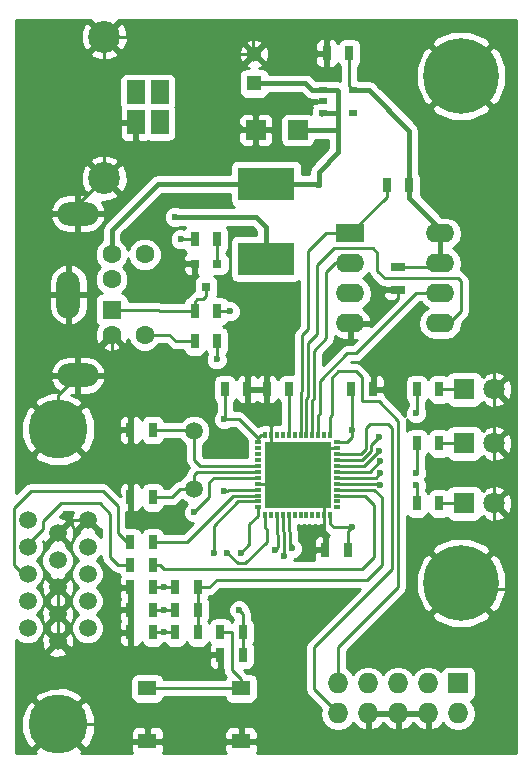
<source format=gtl>
G04 #@! TF.FileFunction,Copper,L1,Top,Signal*
%FSLAX46Y46*%
G04 Gerber Fmt 4.6, Leading zero omitted, Abs format (unit mm)*
G04 Created by KiCad (PCBNEW 4.0.7-e2-6376~58~ubuntu16.04.1) date Sun Jan 24 13:39:57 2021*
%MOMM*%
%LPD*%
G01*
G04 APERTURE LIST*
%ADD10C,0.100000*%
%ADD11C,1.501140*%
%ADD12R,0.700000X1.300000*%
%ADD13R,1.300000X1.300000*%
%ADD14C,1.300000*%
%ADD15R,1.300000X0.700000*%
%ADD16R,1.651000X1.651000*%
%ADD17R,1.800000X1.800000*%
%ADD18C,1.800000*%
%ADD19R,4.826000X2.794000*%
%ADD20R,1.524000X2.032000*%
%ADD21C,2.700020*%
%ADD22O,3.500000X2.000000*%
%ADD23R,1.600000X1.600000*%
%ADD24C,1.600000*%
%ADD25O,2.000000X4.000000*%
%ADD26R,1.727200X1.727200*%
%ADD27O,1.727200X1.727200*%
%ADD28C,6.400000*%
%ADD29R,0.800100X0.800100*%
%ADD30R,1.550000X1.300000*%
%ADD31R,0.762000X0.508000*%
%ADD32R,2.400000X1.600000*%
%ADD33O,2.400000X1.600000*%
%ADD34R,0.560000X0.300000*%
%ADD35R,5.600000X5.600000*%
%ADD36R,0.300000X0.560000*%
%ADD37C,5.001260*%
%ADD38C,1.500000*%
%ADD39C,0.600000*%
%ADD40C,0.250000*%
%ADD41C,0.400000*%
%ADD42C,0.254000*%
G04 APERTURE END LIST*
D10*
D11*
X15748000Y-35532060D03*
X15748000Y-40413940D03*
D12*
X12253000Y-35433000D03*
X10353000Y-35433000D03*
X12253000Y-41148000D03*
X10353000Y-41148000D03*
X19873000Y-54483000D03*
X17973000Y-54483000D03*
D13*
X20828000Y-6096000D03*
D14*
X20828000Y-3596000D03*
D12*
X28763000Y-45593000D03*
X26863000Y-45593000D03*
X18354000Y-32004000D03*
X20254000Y-32004000D03*
X28890000Y-3556000D03*
X26990000Y-3556000D03*
X29022000Y-32004000D03*
X30922000Y-32004000D03*
D15*
X33020000Y-21656000D03*
X33020000Y-23556000D03*
D16*
X20955000Y-10033000D03*
X24511000Y-10033000D03*
D17*
X38608000Y-32004000D03*
D18*
X41148000Y-32004000D03*
D17*
X38608000Y-36576000D03*
D18*
X41148000Y-36576000D03*
D17*
X38608000Y-41656000D03*
D18*
X41148000Y-41656000D03*
D19*
X21844000Y-20955000D03*
X21844000Y-14605000D03*
D20*
X12827000Y-9398000D03*
X12827000Y-6858000D03*
X10828020Y-6858000D03*
X10828020Y-9398000D03*
D21*
X8128000Y-14127480D03*
X8128000Y-2128520D03*
D22*
X5913000Y-17123000D03*
X5913000Y-30823000D03*
D23*
X8763000Y-25273000D03*
D24*
X8763000Y-22673000D03*
X8763000Y-27373000D03*
X8763000Y-20573000D03*
X11563000Y-27373000D03*
X11563000Y-20573000D03*
D25*
X5113000Y-23973000D03*
D26*
X38100000Y-56896000D03*
D27*
X38100000Y-59436000D03*
X35560000Y-56896000D03*
X35560000Y-59436000D03*
X33020000Y-56896000D03*
X33020000Y-59436000D03*
X30480000Y-56896000D03*
X30480000Y-59436000D03*
X27940000Y-56896000D03*
X27940000Y-59436000D03*
D28*
X38354000Y-48387000D03*
X38354000Y-5461000D03*
D29*
X17714000Y-21351240D03*
X15814000Y-21351240D03*
X16764000Y-23350220D03*
D12*
X14163000Y-52578000D03*
X16063000Y-52578000D03*
X14163000Y-50673000D03*
X16063000Y-50673000D03*
X14163000Y-48768000D03*
X16063000Y-48768000D03*
X17714000Y-27940000D03*
X15814000Y-27940000D03*
X17714000Y-25400000D03*
X15814000Y-25400000D03*
X12253000Y-44958000D03*
X10353000Y-44958000D03*
X12253000Y-46863000D03*
X10353000Y-46863000D03*
X19873000Y-52578000D03*
X17973000Y-52578000D03*
X21910000Y-32004000D03*
X23810000Y-32004000D03*
X10353000Y-48768000D03*
X12253000Y-48768000D03*
X10353000Y-50673000D03*
X12253000Y-50673000D03*
X10353000Y-52578000D03*
X12253000Y-52578000D03*
X15814000Y-19304000D03*
X17714000Y-19304000D03*
X33970000Y-14732000D03*
X32070000Y-14732000D03*
X36510000Y-32004000D03*
X34610000Y-32004000D03*
X36510000Y-36576000D03*
X34610000Y-36576000D03*
X36510000Y-41656000D03*
X34610000Y-41656000D03*
D30*
X19723000Y-61813000D03*
X11773000Y-61813000D03*
X19723000Y-57313000D03*
X11773000Y-57313000D03*
D31*
X26670000Y-6667500D03*
X26670000Y-8572500D03*
X29210000Y-6667500D03*
X26670000Y-7620000D03*
X29210000Y-8572500D03*
D32*
X28956000Y-18796000D03*
D33*
X36576000Y-26416000D03*
X28956000Y-21336000D03*
X36576000Y-23876000D03*
X28956000Y-23876000D03*
X36576000Y-21336000D03*
X28956000Y-26416000D03*
X36576000Y-18796000D03*
D34*
X21136000Y-36493000D03*
D35*
X24511000Y-39243000D03*
D34*
X21136000Y-36993000D03*
X21136000Y-37493000D03*
X21136000Y-37993000D03*
X21136000Y-38493000D03*
X21136000Y-38993000D03*
X21136000Y-39493000D03*
X21136000Y-39993000D03*
X21136000Y-40493000D03*
X21136000Y-40993000D03*
X21136000Y-41493000D03*
X21136000Y-41993000D03*
D36*
X21761000Y-42618000D03*
D34*
X27886000Y-41993000D03*
X27886000Y-41493000D03*
X27886000Y-40993000D03*
X27886000Y-40493000D03*
X27886000Y-39993000D03*
X27886000Y-39493000D03*
X27886000Y-38993000D03*
X27886000Y-38493000D03*
X27886000Y-37993000D03*
X27886000Y-37493000D03*
X27886000Y-36993000D03*
X27886000Y-36493000D03*
D36*
X27261000Y-35868000D03*
X26761000Y-35868000D03*
X26261000Y-35868000D03*
X25761000Y-35868000D03*
X25261000Y-35868000D03*
X24761000Y-35868000D03*
X24261000Y-35868000D03*
X23761000Y-35868000D03*
X23261000Y-35868000D03*
X22761000Y-35868000D03*
X22261000Y-35868000D03*
X21761000Y-35868000D03*
X22261000Y-42618000D03*
X22761000Y-42618000D03*
X23261000Y-42618000D03*
X23761000Y-42618000D03*
X24261000Y-42618000D03*
X24761000Y-42618000D03*
X25261000Y-42618000D03*
X25761000Y-42618000D03*
X26261000Y-42618000D03*
X26761000Y-42618000D03*
X27261000Y-42618000D03*
D37*
X4249420Y-60373260D03*
D38*
X6731000Y-52197000D03*
D37*
X4249420Y-35384740D03*
D38*
X6731000Y-49911000D03*
X6731000Y-47625000D03*
X6731000Y-45339000D03*
X6731000Y-43053000D03*
X4191000Y-53340000D03*
X4191000Y-51054000D03*
X4191000Y-48768000D03*
X4191000Y-46482000D03*
X4191000Y-44196000D03*
X1651000Y-52197000D03*
X1651000Y-49911000D03*
X1651000Y-47625000D03*
X1651000Y-45339000D03*
X1651000Y-43053000D03*
D39*
X24003000Y-24003000D03*
X31115000Y-28829000D03*
X24384000Y-7747000D03*
X14351000Y-21336000D03*
X19558000Y-50673000D03*
X15748000Y-42418000D03*
X26289000Y-14732000D03*
X31369000Y-37211000D03*
X31369000Y-36068000D03*
X13208000Y-48768000D03*
X13208000Y-50673000D03*
X13208000Y-52578000D03*
X17653000Y-29464000D03*
X22606000Y-45593000D03*
X18796000Y-25400000D03*
X23368000Y-46101000D03*
X19685000Y-45847000D03*
X18542000Y-45847000D03*
X14605000Y-19304000D03*
X24003000Y-45466000D03*
X29083000Y-35433000D03*
X18288000Y-34544000D03*
X18288000Y-40640000D03*
X29083000Y-43688000D03*
X31496000Y-38100000D03*
X34544000Y-34036000D03*
X31496000Y-39116000D03*
X34544000Y-39116000D03*
X34544000Y-40132000D03*
X31496000Y-40132000D03*
X17399000Y-45847000D03*
X14097000Y-17399000D03*
D40*
X21136000Y-38493000D02*
X16268000Y-38493000D01*
X16268000Y-38493000D02*
X15748000Y-37973000D01*
X15748000Y-37973000D02*
X15748000Y-35532060D01*
X15748000Y-35532060D02*
X15748000Y-36068000D01*
X12253000Y-35433000D02*
X15648940Y-35433000D01*
X15648940Y-35433000D02*
X15748000Y-35532060D01*
X4249420Y-35384740D02*
X4249420Y-32486580D01*
X4249420Y-32486580D02*
X5913000Y-30823000D01*
X4249420Y-60373260D02*
X8303260Y-60373260D01*
X8303260Y-60373260D02*
X8605500Y-60675500D01*
X4191000Y-44196000D02*
X4191000Y-43815000D01*
X4191000Y-43815000D02*
X5461000Y-43053000D01*
X5461000Y-43053000D02*
X6731000Y-43053000D01*
X4191000Y-53340000D02*
X4445000Y-53340000D01*
X4445000Y-53340000D02*
X6096000Y-54483000D01*
X4191000Y-51054000D02*
X4191000Y-53340000D01*
X22261000Y-35868000D02*
X22261000Y-33691000D01*
X21910000Y-33340000D02*
X21910000Y-32004000D01*
X22261000Y-33691000D02*
X21910000Y-33340000D01*
X22261000Y-35868000D02*
X22261000Y-36993000D01*
X22261000Y-36993000D02*
X24511000Y-39243000D01*
X27886000Y-36993000D02*
X26761000Y-36993000D01*
X26761000Y-36993000D02*
X24511000Y-39243000D01*
X26761000Y-42618000D02*
X26761000Y-41493000D01*
X26761000Y-41493000D02*
X24511000Y-39243000D01*
X21136000Y-39993000D02*
X23761000Y-39993000D01*
X23761000Y-39993000D02*
X24511000Y-39243000D01*
X26863000Y-45593000D02*
X26863000Y-44262000D01*
X26761000Y-44160000D02*
X26761000Y-42618000D01*
X26863000Y-44262000D02*
X26761000Y-44160000D01*
X28956000Y-26416000D02*
X30988000Y-26416000D01*
X33020000Y-24384000D02*
X33020000Y-23556000D01*
X30988000Y-26416000D02*
X33020000Y-24384000D01*
X33020000Y-61813000D02*
X33020000Y-61468000D01*
X33020000Y-61468000D02*
X33020000Y-59436000D01*
X35115500Y-8699500D02*
X35306000Y-8509000D01*
X35306000Y-8509000D02*
X38354000Y-5461000D01*
X10414000Y-54483000D02*
X10414000Y-52639000D01*
X10414000Y-52639000D02*
X10353000Y-52578000D01*
X42926000Y-48895000D02*
X38862000Y-48895000D01*
X38862000Y-48895000D02*
X38354000Y-48387000D01*
X30922000Y-32004000D02*
X30922000Y-29022000D01*
X30922000Y-29022000D02*
X31115000Y-28829000D01*
X21910000Y-32004000D02*
X21910000Y-26096000D01*
X21910000Y-26096000D02*
X24003000Y-24003000D01*
X10353000Y-32578000D02*
X14920000Y-32578000D01*
X20254000Y-31049000D02*
X20254000Y-32004000D01*
X19685000Y-30480000D02*
X20254000Y-31049000D01*
X17018000Y-30480000D02*
X19685000Y-30480000D01*
X14920000Y-32578000D02*
X17018000Y-30480000D01*
X31115000Y-28829000D02*
X41148000Y-28829000D01*
X41148000Y-28829000D02*
X41021000Y-28829000D01*
X26670000Y-7620000D02*
X24511000Y-7620000D01*
X24511000Y-7620000D02*
X24384000Y-7747000D01*
X33020000Y-59436000D02*
X35560000Y-59436000D01*
X30480000Y-59436000D02*
X33020000Y-59436000D01*
X41148000Y-41656000D02*
X41148000Y-44831000D01*
X41148000Y-44831000D02*
X42926000Y-46609000D01*
X42926000Y-46609000D02*
X42926000Y-48895000D01*
X42926000Y-48895000D02*
X42926000Y-60579000D01*
X42926000Y-60579000D02*
X41692000Y-61813000D01*
X41692000Y-61813000D02*
X33020000Y-61813000D01*
X33020000Y-61813000D02*
X32675000Y-61813000D01*
X32675000Y-61813000D02*
X19723000Y-61813000D01*
X14366240Y-21351240D02*
X15814000Y-21351240D01*
X14351000Y-21336000D02*
X14366240Y-21351240D01*
X20828000Y-3596000D02*
X19518000Y-3596000D01*
X19939000Y-10033000D02*
X20955000Y-10033000D01*
X19304000Y-9398000D02*
X19939000Y-10033000D01*
X19304000Y-3810000D02*
X19304000Y-9398000D01*
X19518000Y-3596000D02*
X19304000Y-3810000D01*
X26924000Y-1143000D02*
X26924000Y-3490000D01*
X26924000Y-3490000D02*
X26990000Y-3556000D01*
X20701000Y-1143000D02*
X20701000Y-3469000D01*
X20701000Y-3469000D02*
X20828000Y-3596000D01*
X8128000Y-2128520D02*
X13111480Y-2128520D01*
X41148000Y-14732000D02*
X41148000Y-28829000D01*
X26924000Y-1143000D02*
X30226000Y-1143000D01*
X30226000Y-1143000D02*
X32512000Y-3429000D01*
X32512000Y-3429000D02*
X32512000Y-6096000D01*
X32512000Y-6096000D02*
X34925000Y-8509000D01*
X34925000Y-8509000D02*
X35115500Y-8699500D01*
X35115500Y-8699500D02*
X41148000Y-14732000D01*
X41148000Y-28829000D02*
X41148000Y-32004000D01*
X14097000Y-1143000D02*
X20701000Y-1143000D01*
X20701000Y-1143000D02*
X26924000Y-1143000D01*
X13111480Y-2128520D02*
X14097000Y-1143000D01*
X41148000Y-36576000D02*
X41148000Y-41656000D01*
X41148000Y-32004000D02*
X41148000Y-36576000D01*
X21910000Y-32004000D02*
X20254000Y-32004000D01*
X26863000Y-45593000D02*
X26543000Y-45593000D01*
X5913000Y-17123000D02*
X5913000Y-16342480D01*
X5913000Y-16342480D02*
X8128000Y-14127480D01*
X5113000Y-23973000D02*
X5113000Y-19718000D01*
X5913000Y-18918000D02*
X5913000Y-17123000D01*
X5113000Y-19718000D02*
X5913000Y-18918000D01*
X5913000Y-30823000D02*
X5913000Y-28138000D01*
X5113000Y-27338000D02*
X5113000Y-23973000D01*
X5913000Y-28138000D02*
X5113000Y-27338000D01*
X8763000Y-30988000D02*
X6078000Y-30988000D01*
X6078000Y-30988000D02*
X5913000Y-30823000D01*
X10353000Y-35433000D02*
X10353000Y-32578000D01*
X8763000Y-30988000D02*
X8763000Y-27373000D01*
X10353000Y-32578000D02*
X8763000Y-30988000D01*
X26888000Y-45568000D02*
X26863000Y-45593000D01*
X8128000Y-9398000D02*
X10828020Y-9398000D01*
X8128000Y-14127480D02*
X8128000Y-9398000D01*
X8128000Y-9398000D02*
X8128000Y-2128520D01*
X10414000Y-54483000D02*
X17973000Y-54483000D01*
X11773000Y-61813000D02*
X19723000Y-61813000D01*
X9743000Y-61813000D02*
X11773000Y-61813000D01*
X10353000Y-35433000D02*
X10353000Y-41148000D01*
X10353000Y-50673000D02*
X10353000Y-52578000D01*
X10353000Y-48768000D02*
X10353000Y-50673000D01*
X6096000Y-54483000D02*
X8605500Y-54483000D01*
X8605500Y-54483000D02*
X10414000Y-54483000D01*
X8605500Y-54483000D02*
X8605500Y-60675500D01*
X8605500Y-60675500D02*
X9743000Y-61813000D01*
X4191000Y-48768000D02*
X4191000Y-51054000D01*
X21136000Y-38993000D02*
X15998000Y-38993000D01*
X15998000Y-38993000D02*
X15748000Y-39243000D01*
X15748000Y-39243000D02*
X15748000Y-40413940D01*
X12253000Y-41148000D02*
X13843000Y-41148000D01*
X14577060Y-40413940D02*
X15748000Y-40413940D01*
X13843000Y-41148000D02*
X14577060Y-40413940D01*
X17399000Y-39497000D02*
X21132000Y-39497000D01*
X21132000Y-39497000D02*
X21136000Y-39493000D01*
X19558000Y-50673000D02*
X19873000Y-50988000D01*
X19873000Y-52578000D02*
X19873000Y-50988000D01*
X17018000Y-41148000D02*
X15748000Y-42418000D01*
X17018000Y-39878000D02*
X17018000Y-41148000D01*
X17403000Y-39493000D02*
X17399000Y-39497000D01*
X17399000Y-39497000D02*
X17018000Y-39878000D01*
X19873000Y-54483000D02*
X19873000Y-52578000D01*
D41*
X24511000Y-10033000D02*
X27940000Y-10033000D01*
X26670000Y-8572500D02*
X27940000Y-8572500D01*
X27940000Y-8572500D02*
X27940000Y-8636000D01*
X26670000Y-6667500D02*
X27876500Y-6667500D01*
X27876500Y-6667500D02*
X27940000Y-6731000D01*
X27940000Y-6731000D02*
X27940000Y-8636000D01*
X26289000Y-13589000D02*
X26289000Y-14732000D01*
X27940000Y-8636000D02*
X27940000Y-10033000D01*
X27940000Y-10033000D02*
X27940000Y-11938000D01*
X27940000Y-11938000D02*
X26289000Y-13589000D01*
X26670000Y-6667500D02*
X25717500Y-6667500D01*
X25146000Y-6096000D02*
X20828000Y-6096000D01*
X25717500Y-6667500D02*
X25146000Y-6096000D01*
X26162000Y-14605000D02*
X21844000Y-14605000D01*
X26289000Y-14732000D02*
X26162000Y-14605000D01*
X8763000Y-20573000D02*
X8763000Y-18542000D01*
X12700000Y-14605000D02*
X21844000Y-14605000D01*
X8763000Y-18542000D02*
X12700000Y-14605000D01*
D40*
X26479500Y-8763000D02*
X26670000Y-8572500D01*
X21844000Y-14605000D02*
X22225000Y-14605000D01*
X8763000Y-20573000D02*
X8764000Y-20573000D01*
X30099000Y-38481000D02*
X27898000Y-38481000D01*
X27898000Y-38481000D02*
X27886000Y-38493000D01*
X31369000Y-37211000D02*
X30099000Y-38481000D01*
X30099000Y-38481000D02*
X30087000Y-38493000D01*
X27886000Y-37993000D02*
X29952000Y-37993000D01*
X31369000Y-36068000D02*
X30734000Y-36703000D01*
X30734000Y-36703000D02*
X30734000Y-37211000D01*
X30734000Y-37211000D02*
X29952000Y-37993000D01*
X16764000Y-24003000D02*
X16764000Y-24130000D01*
X16764000Y-23350220D02*
X16764000Y-24003000D01*
X15814000Y-24572000D02*
X15814000Y-25400000D01*
X16002000Y-24384000D02*
X15814000Y-24572000D01*
X16510000Y-24384000D02*
X16002000Y-24384000D01*
X16764000Y-24130000D02*
X16510000Y-24384000D01*
X15814000Y-25400000D02*
X15814000Y-24953000D01*
X8763000Y-25273000D02*
X12700000Y-25273000D01*
X12827000Y-25400000D02*
X15814000Y-25400000D01*
X12700000Y-25273000D02*
X12827000Y-25400000D01*
X11563000Y-27373000D02*
X13657000Y-27373000D01*
X14224000Y-27940000D02*
X15814000Y-27940000D01*
X13657000Y-27373000D02*
X14224000Y-27940000D01*
X14163000Y-48768000D02*
X13208000Y-48768000D01*
X13208000Y-48768000D02*
X12253000Y-48768000D01*
X14163000Y-50673000D02*
X13208000Y-50673000D01*
X13208000Y-50673000D02*
X12253000Y-50673000D01*
X14163000Y-52578000D02*
X13208000Y-52578000D01*
X13208000Y-52578000D02*
X12253000Y-52578000D01*
X9271000Y-44196000D02*
X10033000Y-44958000D01*
X10033000Y-44958000D02*
X10353000Y-44958000D01*
X1651000Y-47625000D02*
X1270000Y-47625000D01*
X1270000Y-47625000D02*
X508000Y-46863000D01*
X508000Y-46863000D02*
X508000Y-42037000D01*
X508000Y-42037000D02*
X1905000Y-40640000D01*
X1905000Y-40640000D02*
X8001000Y-40640000D01*
X8001000Y-40640000D02*
X9271000Y-41910000D01*
X9271000Y-41910000D02*
X9271000Y-44196000D01*
X9271000Y-46863000D02*
X10353000Y-46863000D01*
X8636000Y-46228000D02*
X9271000Y-46863000D01*
X8636000Y-42545000D02*
X8636000Y-46228000D01*
X7747000Y-41656000D02*
X8636000Y-42545000D01*
X4445000Y-41656000D02*
X7747000Y-41656000D01*
X2921000Y-43180000D02*
X4445000Y-41656000D01*
X1651000Y-45339000D02*
X1651000Y-45085000D01*
X1651000Y-45085000D02*
X2921000Y-43815000D01*
X2921000Y-43815000D02*
X2921000Y-43180000D01*
X27886000Y-40493000D02*
X30968000Y-40493000D01*
X17018000Y-48768000D02*
X17653000Y-48133000D01*
X17653000Y-48133000D02*
X30353000Y-48133000D01*
X30353000Y-48133000D02*
X31623000Y-46863000D01*
X31623000Y-46863000D02*
X31623000Y-41148000D01*
X31623000Y-41148000D02*
X30968000Y-40493000D01*
X17018000Y-48768000D02*
X16063000Y-48768000D01*
X16063000Y-50673000D02*
X16063000Y-52578000D01*
X16063000Y-48768000D02*
X16063000Y-50673000D01*
X22888000Y-45311000D02*
X22888000Y-44351000D01*
X17714000Y-29403000D02*
X17653000Y-29464000D01*
X22606000Y-45593000D02*
X22888000Y-45311000D01*
X17714000Y-27940000D02*
X17714000Y-29403000D01*
X22761000Y-44224000D02*
X22761000Y-42618000D01*
X22888000Y-44351000D02*
X22761000Y-44224000D01*
X23368000Y-46101000D02*
X23368000Y-44069000D01*
X23261000Y-43962000D02*
X23261000Y-42618000D01*
X23368000Y-44069000D02*
X23261000Y-43962000D01*
X18796000Y-25400000D02*
X17714000Y-25400000D01*
X23388000Y-46081000D02*
X23368000Y-46101000D01*
X21136000Y-40993000D02*
X19078000Y-40993000D01*
X15113000Y-44958000D02*
X19078000Y-40993000D01*
X15113000Y-44958000D02*
X12253000Y-44958000D01*
X30226000Y-41021000D02*
X27914000Y-41021000D01*
X27914000Y-41021000D02*
X27886000Y-40993000D01*
X30480000Y-46736000D02*
X29972000Y-47244000D01*
X12827000Y-46863000D02*
X12253000Y-46863000D01*
X13208000Y-47244000D02*
X12827000Y-46863000D01*
X29972000Y-47244000D02*
X13208000Y-47244000D01*
X30988000Y-41783000D02*
X30226000Y-41021000D01*
X30226000Y-41021000D02*
X30198000Y-40993000D01*
X30988000Y-46228000D02*
X30988000Y-41783000D01*
X30353000Y-46863000D02*
X30480000Y-46736000D01*
X30480000Y-46736000D02*
X30988000Y-46228000D01*
X19723000Y-57313000D02*
X19723000Y-56553000D01*
X18923000Y-52578000D02*
X17973000Y-52578000D01*
X18923000Y-55753000D02*
X18923000Y-52578000D01*
X19723000Y-56553000D02*
X18923000Y-55753000D01*
X11773000Y-57313000D02*
X19723000Y-57313000D01*
X23761000Y-35868000D02*
X23761000Y-32053000D01*
X23761000Y-32053000D02*
X23810000Y-32004000D01*
X23888000Y-32082000D02*
X23810000Y-32004000D01*
X27886000Y-37493000D02*
X29873000Y-37493000D01*
X30282000Y-35250000D02*
X30607000Y-34925000D01*
X30607000Y-34925000D02*
X32131000Y-34925000D01*
X32131000Y-34925000D02*
X32512000Y-35306000D01*
X32512000Y-35306000D02*
X32512000Y-37084000D01*
X32512000Y-38100000D02*
X32512000Y-47244000D01*
X32512000Y-47244000D02*
X25908000Y-53848000D01*
X25908000Y-53848000D02*
X25908000Y-57404000D01*
X25908000Y-57404000D02*
X27940000Y-59436000D01*
X29873000Y-37493000D02*
X30282000Y-37084000D01*
X30282000Y-37084000D02*
X30282000Y-36774000D01*
X32512000Y-37084000D02*
X32512000Y-38100000D01*
X30282000Y-36774000D02*
X30282000Y-35250000D01*
X27388000Y-31032000D02*
X27388000Y-34207000D01*
X31369000Y-33020000D02*
X33020000Y-34671000D01*
X33020000Y-34671000D02*
X33020000Y-36068000D01*
X27940000Y-56896000D02*
X27940000Y-53848000D01*
X33020000Y-48768000D02*
X27940000Y-53848000D01*
X33020000Y-36068000D02*
X33020000Y-48768000D01*
X29972000Y-30988000D02*
X29972000Y-33020000D01*
X29464000Y-30480000D02*
X29972000Y-30988000D01*
X27940000Y-30480000D02*
X29464000Y-30480000D01*
X27388000Y-31032000D02*
X27940000Y-30480000D01*
X29972000Y-33020000D02*
X31369000Y-33020000D01*
X27261000Y-34334000D02*
X27261000Y-35868000D01*
X27388000Y-34207000D02*
X27261000Y-34334000D01*
X20438000Y-45094000D02*
X20438000Y-43443000D01*
X20438000Y-45094000D02*
X19685000Y-45847000D01*
X21136000Y-42745000D02*
X21136000Y-41993000D01*
X20438000Y-43443000D02*
X21136000Y-42745000D01*
X21888000Y-44914000D02*
X21888000Y-43859000D01*
X18542000Y-45847000D02*
X19431000Y-46736000D01*
X19431000Y-46736000D02*
X20066000Y-46736000D01*
X20066000Y-46736000D02*
X21888000Y-44914000D01*
X21761000Y-43732000D02*
X21761000Y-42618000D01*
X21888000Y-43859000D02*
X21761000Y-43732000D01*
X26388000Y-31270000D02*
X26388000Y-34064000D01*
X26388000Y-31270000D02*
X28702000Y-28956000D01*
X28702000Y-28956000D02*
X29464000Y-28956000D01*
X29464000Y-28956000D02*
X34544000Y-23876000D01*
X36576000Y-23876000D02*
X34544000Y-23876000D01*
X26261000Y-34191000D02*
X26261000Y-35868000D01*
X26388000Y-34064000D02*
X26261000Y-34191000D01*
X25888000Y-28722000D02*
X25888000Y-32786000D01*
X25888000Y-28722000D02*
X26924000Y-27686000D01*
X26924000Y-27686000D02*
X26924000Y-22098000D01*
X26924000Y-22098000D02*
X27686000Y-21336000D01*
X28956000Y-21336000D02*
X27686000Y-21336000D01*
X25761000Y-32913000D02*
X25761000Y-35868000D01*
X25888000Y-32786000D02*
X25761000Y-32913000D01*
X25388000Y-28079000D02*
X25388000Y-32651000D01*
X31877000Y-22606000D02*
X31242000Y-21971000D01*
X31242000Y-21971000D02*
X31242000Y-20447000D01*
X31242000Y-20447000D02*
X30861000Y-20066000D01*
X37338000Y-26416000D02*
X38354000Y-25400000D01*
X38354000Y-22860000D02*
X38354000Y-25400000D01*
X38100000Y-22606000D02*
X38354000Y-22860000D01*
X27559000Y-20066000D02*
X30861000Y-20066000D01*
X26162000Y-21463000D02*
X27559000Y-20066000D01*
X26162000Y-27305000D02*
X26162000Y-21463000D01*
X25388000Y-28079000D02*
X26162000Y-27305000D01*
X38100000Y-22606000D02*
X31877000Y-22606000D01*
X25261000Y-32778000D02*
X25261000Y-35868000D01*
X25388000Y-32651000D02*
X25261000Y-32778000D01*
X37338000Y-26416000D02*
X36576000Y-26416000D01*
X17714000Y-21351240D02*
X17714000Y-19304000D01*
X23876000Y-44831000D02*
X23876000Y-44069000D01*
X23761000Y-43954000D02*
X23761000Y-42618000D01*
X23876000Y-44069000D02*
X23761000Y-43954000D01*
X14605000Y-19304000D02*
X15814000Y-19304000D01*
X24003000Y-45212000D02*
X24003000Y-45466000D01*
X23876000Y-45085000D02*
X24003000Y-45212000D01*
X23876000Y-44831000D02*
X23876000Y-45085000D01*
X23888000Y-44819000D02*
X23876000Y-44831000D01*
X18288000Y-40640000D02*
X18542000Y-40640000D01*
X18689000Y-40493000D02*
X21136000Y-40493000D01*
X18542000Y-40640000D02*
X18689000Y-40493000D01*
X21136000Y-36195000D02*
X21136000Y-36122000D01*
X21136000Y-36122000D02*
X19558000Y-34544000D01*
X19558000Y-34544000D02*
X18288000Y-34544000D01*
X21136000Y-36493000D02*
X21136000Y-36195000D01*
X21390000Y-35868000D02*
X21761000Y-35868000D01*
X21136000Y-36122000D02*
X21390000Y-35868000D01*
X29083000Y-35433000D02*
X29083000Y-36068000D01*
X28658000Y-36493000D02*
X27886000Y-36493000D01*
X29083000Y-36068000D02*
X28658000Y-36493000D01*
X29083000Y-43688000D02*
X27559000Y-43688000D01*
X27261000Y-43390000D02*
X27261000Y-42618000D01*
X27559000Y-43688000D02*
X27261000Y-43390000D01*
D41*
X36576000Y-18796000D02*
X36576000Y-21336000D01*
X33970000Y-14732000D02*
X33970000Y-15809000D01*
X33970000Y-15809000D02*
X36576000Y-18415000D01*
X36576000Y-18415000D02*
X36576000Y-18796000D01*
X29210000Y-6667500D02*
X30543500Y-6667500D01*
X33970000Y-10094000D02*
X33970000Y-14732000D01*
X30543500Y-6667500D02*
X33970000Y-10094000D01*
D40*
X33020000Y-21656000D02*
X36256000Y-21656000D01*
X36256000Y-21656000D02*
X36576000Y-21336000D01*
X28890000Y-3556000D02*
X28890000Y-6347500D01*
X28890000Y-6347500D02*
X29210000Y-6667500D01*
X18354000Y-33020000D02*
X18354000Y-34478000D01*
X18354000Y-33020000D02*
X18354000Y-32004000D01*
X18354000Y-34478000D02*
X18288000Y-34544000D01*
X18288000Y-40640000D02*
X18435000Y-40493000D01*
X29083000Y-35433000D02*
X29083000Y-32065000D01*
X29083000Y-32065000D02*
X29022000Y-32004000D01*
X28763000Y-45593000D02*
X28763000Y-44008000D01*
X28763000Y-44008000D02*
X29083000Y-43688000D01*
X36510000Y-32004000D02*
X38608000Y-32004000D01*
X36510000Y-36576000D02*
X38608000Y-36576000D01*
X36510000Y-41656000D02*
X38608000Y-41656000D01*
X24892000Y-27432000D02*
X24892000Y-32131000D01*
X24761000Y-32262000D02*
X24761000Y-35868000D01*
X24892000Y-32131000D02*
X24761000Y-32262000D01*
X32070000Y-14732000D02*
X32070000Y-15682000D01*
X32070000Y-15682000D02*
X28956000Y-18796000D01*
X26924000Y-18796000D02*
X28956000Y-18796000D01*
X25400000Y-20320000D02*
X26924000Y-18796000D01*
X25400000Y-26924000D02*
X25400000Y-20320000D01*
X24888000Y-27436000D02*
X24892000Y-27432000D01*
X24892000Y-27432000D02*
X25400000Y-26924000D01*
X27886000Y-38993000D02*
X30603000Y-38993000D01*
X30603000Y-38993000D02*
X31496000Y-38100000D01*
X34544000Y-34036000D02*
X34610000Y-33970000D01*
X34610000Y-33970000D02*
X34610000Y-32004000D01*
X27886000Y-39493000D02*
X31119000Y-39493000D01*
X31119000Y-39493000D02*
X31496000Y-39116000D01*
X34544000Y-39116000D02*
X34610000Y-39050000D01*
X34610000Y-39050000D02*
X34610000Y-36576000D01*
X27886000Y-39993000D02*
X31357000Y-39993000D01*
X31357000Y-39993000D02*
X31496000Y-40132000D01*
X34610000Y-40198000D02*
X34610000Y-41656000D01*
X34544000Y-40132000D02*
X34610000Y-40198000D01*
X31357000Y-39993000D02*
X31496000Y-40132000D01*
X21136000Y-41493000D02*
X19467000Y-41493000D01*
X19467000Y-41493000D02*
X17399000Y-43561000D01*
X17399000Y-43561000D02*
X17399000Y-45847000D01*
D41*
X21844000Y-20955000D02*
X21844000Y-18288000D01*
X20955000Y-17399000D02*
X14097000Y-17399000D01*
X21844000Y-18288000D02*
X20955000Y-17399000D01*
D42*
G36*
X6906368Y-727283D02*
X8128000Y-1948915D01*
X9349632Y-727283D01*
X9337710Y-702000D01*
X42986000Y-702000D01*
X42986000Y-62798000D01*
X21037898Y-62798000D01*
X21125000Y-62587718D01*
X21125000Y-62096750D01*
X20968250Y-61940000D01*
X19850000Y-61940000D01*
X19850000Y-61960000D01*
X19596000Y-61960000D01*
X19596000Y-61940000D01*
X18477750Y-61940000D01*
X18321000Y-62096750D01*
X18321000Y-62587718D01*
X18408102Y-62798000D01*
X13087898Y-62798000D01*
X13175000Y-62587718D01*
X13175000Y-62096750D01*
X13018250Y-61940000D01*
X11900000Y-61940000D01*
X11900000Y-61960000D01*
X11646000Y-61960000D01*
X11646000Y-61940000D01*
X10527750Y-61940000D01*
X10371000Y-62096750D01*
X10371000Y-62587718D01*
X10458102Y-62798000D01*
X6172422Y-62798000D01*
X6301792Y-62605238D01*
X4249420Y-60552865D01*
X2197048Y-62605238D01*
X2326418Y-62798000D01*
X702000Y-62798000D01*
X702000Y-59752907D01*
X1121438Y-59752907D01*
X1122143Y-60997155D01*
X1596941Y-62143418D01*
X2017442Y-62425632D01*
X4069815Y-60373260D01*
X4429025Y-60373260D01*
X6481398Y-62425632D01*
X6901899Y-62143418D01*
X7358929Y-61038282D01*
X10371000Y-61038282D01*
X10371000Y-61529250D01*
X10527750Y-61686000D01*
X11646000Y-61686000D01*
X11646000Y-60692750D01*
X11900000Y-60692750D01*
X11900000Y-61686000D01*
X13018250Y-61686000D01*
X13175000Y-61529250D01*
X13175000Y-61038282D01*
X18321000Y-61038282D01*
X18321000Y-61529250D01*
X18477750Y-61686000D01*
X19596000Y-61686000D01*
X19596000Y-60692750D01*
X19850000Y-60692750D01*
X19850000Y-61686000D01*
X20968250Y-61686000D01*
X21125000Y-61529250D01*
X21125000Y-61038282D01*
X21029545Y-60807833D01*
X20853167Y-60631455D01*
X20622718Y-60536000D01*
X20006750Y-60536000D01*
X19850000Y-60692750D01*
X19596000Y-60692750D01*
X19439250Y-60536000D01*
X18823282Y-60536000D01*
X18592833Y-60631455D01*
X18416455Y-60807833D01*
X18321000Y-61038282D01*
X13175000Y-61038282D01*
X13079545Y-60807833D01*
X12903167Y-60631455D01*
X12672718Y-60536000D01*
X12056750Y-60536000D01*
X11900000Y-60692750D01*
X11646000Y-60692750D01*
X11489250Y-60536000D01*
X10873282Y-60536000D01*
X10642833Y-60631455D01*
X10466455Y-60807833D01*
X10371000Y-61038282D01*
X7358929Y-61038282D01*
X7377402Y-60993613D01*
X7376697Y-59749365D01*
X6901899Y-58603102D01*
X6481398Y-58320888D01*
X4429025Y-60373260D01*
X4069815Y-60373260D01*
X2017442Y-58320888D01*
X1596941Y-58603102D01*
X1121438Y-59752907D01*
X702000Y-59752907D01*
X702000Y-58141282D01*
X2197048Y-58141282D01*
X4249420Y-60193655D01*
X6301792Y-58141282D01*
X6019578Y-57720781D01*
X4869773Y-57245278D01*
X3625525Y-57245983D01*
X2479262Y-57720781D01*
X2197048Y-58141282D01*
X702000Y-58141282D01*
X702000Y-54766750D01*
X16996000Y-54766750D01*
X16996000Y-55257718D01*
X17091455Y-55488167D01*
X17267833Y-55664545D01*
X17498282Y-55760000D01*
X17689250Y-55760000D01*
X17846000Y-55603250D01*
X17846000Y-54610000D01*
X17152750Y-54610000D01*
X16996000Y-54766750D01*
X702000Y-54766750D01*
X702000Y-54307141D01*
X3403464Y-54307141D01*
X3471891Y-54545833D01*
X3988082Y-54729235D01*
X4535166Y-54701140D01*
X4910109Y-54545833D01*
X4978536Y-54307141D01*
X4191000Y-53519605D01*
X3403464Y-54307141D01*
X702000Y-54307141D01*
X702000Y-53195416D01*
X869974Y-53363683D01*
X1375896Y-53573760D01*
X1923701Y-53574238D01*
X2429989Y-53365044D01*
X2658349Y-53137082D01*
X2801765Y-53137082D01*
X2829860Y-53684166D01*
X2985167Y-54059109D01*
X3223859Y-54127536D01*
X4011395Y-53340000D01*
X4370605Y-53340000D01*
X5158141Y-54127536D01*
X5396833Y-54059109D01*
X5580235Y-53542918D01*
X5552140Y-52995834D01*
X5396833Y-52620891D01*
X5158141Y-52552464D01*
X4370605Y-53340000D01*
X4011395Y-53340000D01*
X3223859Y-52552464D01*
X2985167Y-52620891D01*
X2801765Y-53137082D01*
X2658349Y-53137082D01*
X2817683Y-52978026D01*
X3027760Y-52472104D01*
X3028153Y-52021141D01*
X3403464Y-52021141D01*
X3453878Y-52197000D01*
X3403464Y-52372859D01*
X4191000Y-53160395D01*
X4978536Y-52372859D01*
X4928122Y-52197000D01*
X4978536Y-52021141D01*
X4191000Y-51233605D01*
X3403464Y-52021141D01*
X3028153Y-52021141D01*
X3028238Y-51924299D01*
X2819044Y-51418011D01*
X2455373Y-51053705D01*
X2658349Y-50851082D01*
X2801765Y-50851082D01*
X2829860Y-51398166D01*
X2985167Y-51773109D01*
X3223859Y-51841536D01*
X4011395Y-51054000D01*
X4370605Y-51054000D01*
X5158141Y-51841536D01*
X5396833Y-51773109D01*
X5580235Y-51256918D01*
X5552140Y-50709834D01*
X5396833Y-50334891D01*
X5158141Y-50266464D01*
X4370605Y-51054000D01*
X4011395Y-51054000D01*
X3223859Y-50266464D01*
X2985167Y-50334891D01*
X2801765Y-50851082D01*
X2658349Y-50851082D01*
X2817683Y-50692026D01*
X3027760Y-50186104D01*
X3028153Y-49735141D01*
X3403464Y-49735141D01*
X3453878Y-49911000D01*
X3403464Y-50086859D01*
X4191000Y-50874395D01*
X4978536Y-50086859D01*
X4928122Y-49911000D01*
X4978536Y-49735141D01*
X4191000Y-48947605D01*
X3403464Y-49735141D01*
X3028153Y-49735141D01*
X3028238Y-49638299D01*
X2819044Y-49132011D01*
X2455373Y-48767705D01*
X2658349Y-48565082D01*
X2801765Y-48565082D01*
X2829860Y-49112166D01*
X2985167Y-49487109D01*
X3223859Y-49555536D01*
X4011395Y-48768000D01*
X4370605Y-48768000D01*
X5158141Y-49555536D01*
X5396833Y-49487109D01*
X5580235Y-48970918D01*
X5552140Y-48423834D01*
X5396833Y-48048891D01*
X5158141Y-47980464D01*
X4370605Y-48768000D01*
X4011395Y-48768000D01*
X3223859Y-47980464D01*
X2985167Y-48048891D01*
X2801765Y-48565082D01*
X2658349Y-48565082D01*
X2817683Y-48406026D01*
X3027760Y-47900104D01*
X3028238Y-47352299D01*
X2819044Y-46846011D01*
X2727894Y-46754701D01*
X2813762Y-46754701D01*
X3022956Y-47260989D01*
X3409974Y-47648683D01*
X3443141Y-47662455D01*
X3403464Y-47800859D01*
X4191000Y-48588395D01*
X4978536Y-47800859D01*
X4938975Y-47662859D01*
X4969989Y-47650044D01*
X5357683Y-47263026D01*
X5567760Y-46757104D01*
X5568238Y-46209299D01*
X5359044Y-45703011D01*
X4972026Y-45315317D01*
X4938859Y-45301545D01*
X4978536Y-45163141D01*
X4191000Y-44375605D01*
X3403464Y-45163141D01*
X3443025Y-45301141D01*
X3412011Y-45313956D01*
X3024317Y-45700974D01*
X2814240Y-46206896D01*
X2813762Y-46754701D01*
X2727894Y-46754701D01*
X2455373Y-46481705D01*
X2817683Y-46120026D01*
X3027760Y-45614104D01*
X3028238Y-45066299D01*
X2941971Y-44857517D01*
X2955647Y-44843841D01*
X2985167Y-44915109D01*
X3223859Y-44983536D01*
X4011395Y-44196000D01*
X4370605Y-44196000D01*
X5158141Y-44983536D01*
X5396833Y-44915109D01*
X5580235Y-44398918D01*
X5552140Y-43851834D01*
X5396833Y-43476891D01*
X5158141Y-43408464D01*
X4370605Y-44196000D01*
X4011395Y-44196000D01*
X3997253Y-44181858D01*
X4176858Y-44002253D01*
X4191000Y-44016395D01*
X4978536Y-43228859D01*
X4910109Y-42990167D01*
X4393918Y-42806765D01*
X4355764Y-42808724D01*
X4756489Y-42408000D01*
X5498836Y-42408000D01*
X5341765Y-42850082D01*
X5369860Y-43397166D01*
X5525167Y-43772109D01*
X5763859Y-43840536D01*
X6551395Y-43053000D01*
X6537253Y-43038858D01*
X6716858Y-42859253D01*
X6731000Y-42873395D01*
X6745143Y-42859253D01*
X6924748Y-43038858D01*
X6910605Y-43053000D01*
X7698141Y-43840536D01*
X7884000Y-43787255D01*
X7884000Y-44544941D01*
X7512026Y-44172317D01*
X7478859Y-44158545D01*
X7518536Y-44020141D01*
X6731000Y-43232605D01*
X5943464Y-44020141D01*
X5983025Y-44158141D01*
X5952011Y-44170956D01*
X5564317Y-44557974D01*
X5354240Y-45063896D01*
X5353762Y-45611701D01*
X5562956Y-46117989D01*
X5926627Y-46482295D01*
X5564317Y-46843974D01*
X5354240Y-47349896D01*
X5353762Y-47897701D01*
X5562956Y-48403989D01*
X5926627Y-48768295D01*
X5564317Y-49129974D01*
X5354240Y-49635896D01*
X5353762Y-50183701D01*
X5562956Y-50689989D01*
X5926627Y-51054295D01*
X5564317Y-51415974D01*
X5354240Y-51921896D01*
X5353762Y-52469701D01*
X5562956Y-52975989D01*
X5949974Y-53363683D01*
X6455896Y-53573760D01*
X7003701Y-53574238D01*
X7509989Y-53365044D01*
X7897683Y-52978026D01*
X7945964Y-52861750D01*
X9376000Y-52861750D01*
X9376000Y-53352718D01*
X9471455Y-53583167D01*
X9647833Y-53759545D01*
X9878282Y-53855000D01*
X10069250Y-53855000D01*
X10226000Y-53698250D01*
X10226000Y-52705000D01*
X9532750Y-52705000D01*
X9376000Y-52861750D01*
X7945964Y-52861750D01*
X8107760Y-52472104D01*
X8108238Y-51924299D01*
X7899044Y-51418011D01*
X7535373Y-51053705D01*
X7632497Y-50956750D01*
X9376000Y-50956750D01*
X9376000Y-51447718D01*
X9449640Y-51625500D01*
X9376000Y-51803282D01*
X9376000Y-52294250D01*
X9532750Y-52451000D01*
X10226000Y-52451000D01*
X10226000Y-50800000D01*
X9532750Y-50800000D01*
X9376000Y-50956750D01*
X7632497Y-50956750D01*
X7897683Y-50692026D01*
X8107760Y-50186104D01*
X8108238Y-49638299D01*
X7899044Y-49132011D01*
X7818923Y-49051750D01*
X9376000Y-49051750D01*
X9376000Y-49542718D01*
X9449640Y-49720500D01*
X9376000Y-49898282D01*
X9376000Y-50389250D01*
X9532750Y-50546000D01*
X10226000Y-50546000D01*
X10226000Y-48895000D01*
X9532750Y-48895000D01*
X9376000Y-49051750D01*
X7818923Y-49051750D01*
X7535373Y-48767705D01*
X7897683Y-48406026D01*
X8107760Y-47900104D01*
X8108238Y-47352299D01*
X7899044Y-46846011D01*
X7535373Y-46481705D01*
X7884000Y-46133685D01*
X7884000Y-46228000D01*
X7941243Y-46515778D01*
X8104256Y-46759744D01*
X8739256Y-47394745D01*
X8864930Y-47478717D01*
X8983222Y-47557757D01*
X9271000Y-47615000D01*
X9382910Y-47615000D01*
X9407437Y-47745352D01*
X9450790Y-47812724D01*
X9376000Y-47993282D01*
X9376000Y-48484250D01*
X9532750Y-48641000D01*
X10226000Y-48641000D01*
X10226000Y-48621000D01*
X10480000Y-48621000D01*
X10480000Y-48641000D01*
X10500000Y-48641000D01*
X10500000Y-48895000D01*
X10480000Y-48895000D01*
X10480000Y-50546000D01*
X10500000Y-50546000D01*
X10500000Y-50800000D01*
X10480000Y-50800000D01*
X10480000Y-52451000D01*
X10500000Y-52451000D01*
X10500000Y-52705000D01*
X10480000Y-52705000D01*
X10480000Y-53698250D01*
X10636750Y-53855000D01*
X10827718Y-53855000D01*
X11058167Y-53759545D01*
X11234545Y-53583167D01*
X11300559Y-53423796D01*
X11307437Y-53460352D01*
X11444757Y-53673753D01*
X11654283Y-53816917D01*
X11903000Y-53867283D01*
X12603000Y-53867283D01*
X12835352Y-53823563D01*
X13048753Y-53686243D01*
X13172613Y-53504970D01*
X13246189Y-53505034D01*
X13354757Y-53673753D01*
X13564283Y-53816917D01*
X13813000Y-53867283D01*
X14513000Y-53867283D01*
X14745352Y-53823563D01*
X14958753Y-53686243D01*
X15101917Y-53476717D01*
X15111558Y-53429108D01*
X15117437Y-53460352D01*
X15254757Y-53673753D01*
X15464283Y-53816917D01*
X15713000Y-53867283D01*
X16413000Y-53867283D01*
X16645352Y-53823563D01*
X16858753Y-53686243D01*
X17001917Y-53476717D01*
X17016742Y-53403511D01*
X17027437Y-53460352D01*
X17070790Y-53527724D01*
X16996000Y-53708282D01*
X16996000Y-54199250D01*
X17152750Y-54356000D01*
X17846000Y-54356000D01*
X17846000Y-54336000D01*
X18100000Y-54336000D01*
X18100000Y-54356000D01*
X18120000Y-54356000D01*
X18120000Y-54610000D01*
X18100000Y-54610000D01*
X18100000Y-55603250D01*
X18171000Y-55674250D01*
X18171000Y-55753000D01*
X18228243Y-56040778D01*
X18391256Y-56284744D01*
X18424725Y-56318213D01*
X18359083Y-56414283D01*
X18329372Y-56561000D01*
X13168090Y-56561000D01*
X13143563Y-56430648D01*
X13006243Y-56217247D01*
X12796717Y-56074083D01*
X12548000Y-56023717D01*
X10998000Y-56023717D01*
X10765648Y-56067437D01*
X10552247Y-56204757D01*
X10409083Y-56414283D01*
X10358717Y-56663000D01*
X10358717Y-57963000D01*
X10402437Y-58195352D01*
X10539757Y-58408753D01*
X10749283Y-58551917D01*
X10998000Y-58602283D01*
X12548000Y-58602283D01*
X12780352Y-58558563D01*
X12993753Y-58421243D01*
X13136917Y-58211717D01*
X13166628Y-58065000D01*
X18327910Y-58065000D01*
X18352437Y-58195352D01*
X18489757Y-58408753D01*
X18699283Y-58551917D01*
X18948000Y-58602283D01*
X20498000Y-58602283D01*
X20730352Y-58558563D01*
X20943753Y-58421243D01*
X21086917Y-58211717D01*
X21137283Y-57963000D01*
X21137283Y-56663000D01*
X21093563Y-56430648D01*
X20956243Y-56217247D01*
X20746717Y-56074083D01*
X20498000Y-56023717D01*
X20256388Y-56023717D01*
X20254744Y-56021256D01*
X20005771Y-55772283D01*
X20223000Y-55772283D01*
X20455352Y-55728563D01*
X20668753Y-55591243D01*
X20811917Y-55381717D01*
X20862283Y-55133000D01*
X20862283Y-53833000D01*
X20818563Y-53600648D01*
X20774270Y-53531815D01*
X20811917Y-53476717D01*
X20862283Y-53228000D01*
X20862283Y-51928000D01*
X20818563Y-51695648D01*
X20681243Y-51482247D01*
X20625000Y-51443818D01*
X20625000Y-50988000D01*
X20567757Y-50700222D01*
X20485085Y-50576495D01*
X20485161Y-50489417D01*
X20344331Y-50148583D01*
X20083789Y-49887586D01*
X19743201Y-49746161D01*
X19374417Y-49745839D01*
X19033583Y-49886669D01*
X18772586Y-50147211D01*
X18631161Y-50487799D01*
X18630839Y-50856583D01*
X18771669Y-51197417D01*
X19032211Y-51458414D01*
X19073331Y-51475488D01*
X18934083Y-51679283D01*
X18924442Y-51726892D01*
X18918563Y-51695648D01*
X18781243Y-51482247D01*
X18571717Y-51339083D01*
X18323000Y-51288717D01*
X17623000Y-51288717D01*
X17390648Y-51332437D01*
X17177247Y-51469757D01*
X17034083Y-51679283D01*
X17019258Y-51752489D01*
X17008563Y-51695648D01*
X16964270Y-51626815D01*
X17001917Y-51571717D01*
X17052283Y-51323000D01*
X17052283Y-50023000D01*
X17008563Y-49790648D01*
X16964270Y-49721815D01*
X17001917Y-49666717D01*
X17032200Y-49517175D01*
X17305778Y-49462757D01*
X17549744Y-49299744D01*
X17964489Y-48885000D01*
X29807511Y-48885000D01*
X25376256Y-53316256D01*
X25213243Y-53560222D01*
X25156000Y-53848000D01*
X25156000Y-57404000D01*
X25213243Y-57691778D01*
X25376256Y-57935744D01*
X26495904Y-59055392D01*
X26420197Y-59436000D01*
X26533662Y-60006428D01*
X26856784Y-60490013D01*
X27340369Y-60813135D01*
X27910797Y-60926600D01*
X27969203Y-60926600D01*
X28539631Y-60813135D01*
X29023216Y-60490013D01*
X29209018Y-60211942D01*
X29595705Y-60635976D01*
X30122229Y-60883038D01*
X30353000Y-60764440D01*
X30353000Y-59563000D01*
X30607000Y-59563000D01*
X30607000Y-60764440D01*
X30837771Y-60883038D01*
X31364295Y-60635976D01*
X31750000Y-60213019D01*
X32135705Y-60635976D01*
X32662229Y-60883038D01*
X32893000Y-60764440D01*
X32893000Y-59563000D01*
X33147000Y-59563000D01*
X33147000Y-60764440D01*
X33377771Y-60883038D01*
X33904295Y-60635976D01*
X34290000Y-60213019D01*
X34675705Y-60635976D01*
X35202229Y-60883038D01*
X35433000Y-60764440D01*
X35433000Y-59563000D01*
X33147000Y-59563000D01*
X32893000Y-59563000D01*
X30607000Y-59563000D01*
X30353000Y-59563000D01*
X30333000Y-59563000D01*
X30333000Y-59309000D01*
X30353000Y-59309000D01*
X30353000Y-59289000D01*
X30607000Y-59289000D01*
X30607000Y-59309000D01*
X32893000Y-59309000D01*
X32893000Y-59289000D01*
X33147000Y-59289000D01*
X33147000Y-59309000D01*
X35433000Y-59309000D01*
X35433000Y-59289000D01*
X35687000Y-59289000D01*
X35687000Y-59309000D01*
X35707000Y-59309000D01*
X35707000Y-59563000D01*
X35687000Y-59563000D01*
X35687000Y-60764440D01*
X35917771Y-60883038D01*
X36444295Y-60635976D01*
X36830982Y-60211942D01*
X37016784Y-60490013D01*
X37500369Y-60813135D01*
X38070797Y-60926600D01*
X38129203Y-60926600D01*
X38699631Y-60813135D01*
X39183216Y-60490013D01*
X39506338Y-60006428D01*
X39619803Y-59436000D01*
X39506338Y-58865572D01*
X39183216Y-58381987D01*
X39154691Y-58362927D01*
X39195952Y-58355163D01*
X39409353Y-58217843D01*
X39552517Y-58008317D01*
X39602883Y-57759600D01*
X39602883Y-56032400D01*
X39559163Y-55800048D01*
X39421843Y-55586647D01*
X39212317Y-55443483D01*
X38963600Y-55393117D01*
X37236400Y-55393117D01*
X37004048Y-55436837D01*
X36790647Y-55574157D01*
X36647483Y-55783683D01*
X36636575Y-55837550D01*
X36159631Y-55518865D01*
X35589203Y-55405400D01*
X35530797Y-55405400D01*
X34960369Y-55518865D01*
X34476784Y-55841987D01*
X34290000Y-56121528D01*
X34103216Y-55841987D01*
X33619631Y-55518865D01*
X33049203Y-55405400D01*
X32990797Y-55405400D01*
X32420369Y-55518865D01*
X31936784Y-55841987D01*
X31750000Y-56121528D01*
X31563216Y-55841987D01*
X31079631Y-55518865D01*
X30509203Y-55405400D01*
X30450797Y-55405400D01*
X29880369Y-55518865D01*
X29396784Y-55841987D01*
X29210000Y-56121528D01*
X29023216Y-55841987D01*
X28692000Y-55620675D01*
X28692000Y-54159488D01*
X31727935Y-51123553D01*
X35797052Y-51123553D01*
X36164437Y-51616740D01*
X37567075Y-52208800D01*
X39089516Y-52219027D01*
X40499981Y-51645861D01*
X40543563Y-51616740D01*
X40910948Y-51123553D01*
X38354000Y-48566605D01*
X35797052Y-51123553D01*
X31727935Y-51123553D01*
X33551744Y-49299744D01*
X33670164Y-49122516D01*
X34521973Y-49122516D01*
X35095139Y-50532981D01*
X35124260Y-50576563D01*
X35617447Y-50943948D01*
X38174395Y-48387000D01*
X38533605Y-48387000D01*
X41090553Y-50943948D01*
X41583740Y-50576563D01*
X42175800Y-49173925D01*
X42186027Y-47651484D01*
X41612861Y-46241019D01*
X41583740Y-46197437D01*
X41090553Y-45830052D01*
X38533605Y-48387000D01*
X38174395Y-48387000D01*
X35617447Y-45830052D01*
X35124260Y-46197437D01*
X34532200Y-47600075D01*
X34521973Y-49122516D01*
X33670164Y-49122516D01*
X33714757Y-49055778D01*
X33772000Y-48768000D01*
X33772000Y-45650447D01*
X35797052Y-45650447D01*
X38354000Y-48207395D01*
X40910948Y-45650447D01*
X40543563Y-45157260D01*
X39140925Y-44565200D01*
X37618484Y-44554973D01*
X36208019Y-45128139D01*
X36164437Y-45157260D01*
X35797052Y-45650447D01*
X33772000Y-45650447D01*
X33772000Y-42705509D01*
X33801757Y-42751753D01*
X34011283Y-42894917D01*
X34260000Y-42945283D01*
X34960000Y-42945283D01*
X35192352Y-42901563D01*
X35405753Y-42764243D01*
X35548917Y-42554717D01*
X35558558Y-42507108D01*
X35564437Y-42538352D01*
X35701757Y-42751753D01*
X35911283Y-42894917D01*
X36160000Y-42945283D01*
X36860000Y-42945283D01*
X37092352Y-42901563D01*
X37158073Y-42859273D01*
X37249757Y-43001753D01*
X37459283Y-43144917D01*
X37708000Y-43195283D01*
X39508000Y-43195283D01*
X39740352Y-43151563D01*
X39953753Y-43014243D01*
X40096917Y-42804717D01*
X40097171Y-42803465D01*
X40138657Y-42844951D01*
X40251818Y-42731790D01*
X40338663Y-42986023D01*
X40909248Y-43194501D01*
X41516181Y-43168756D01*
X41957337Y-42986023D01*
X42044183Y-42731788D01*
X41148000Y-41835605D01*
X41133858Y-41849748D01*
X40954253Y-41670143D01*
X40968395Y-41656000D01*
X41327605Y-41656000D01*
X42223788Y-42552183D01*
X42478023Y-42465337D01*
X42686501Y-41894752D01*
X42660756Y-41287819D01*
X42478023Y-40846663D01*
X42223788Y-40759817D01*
X41327605Y-41656000D01*
X40968395Y-41656000D01*
X40954253Y-41641858D01*
X41133858Y-41462253D01*
X41148000Y-41476395D01*
X42044183Y-40580212D01*
X41957337Y-40325977D01*
X41386752Y-40117499D01*
X40779819Y-40143244D01*
X40338663Y-40325977D01*
X40251818Y-40580210D01*
X40138657Y-40467049D01*
X40095143Y-40510563D01*
X39966243Y-40310247D01*
X39756717Y-40167083D01*
X39508000Y-40116717D01*
X37708000Y-40116717D01*
X37475648Y-40160437D01*
X37262247Y-40297757D01*
X37157800Y-40450620D01*
X37108717Y-40417083D01*
X36860000Y-40366717D01*
X36160000Y-40366717D01*
X35927648Y-40410437D01*
X35714247Y-40547757D01*
X35571083Y-40757283D01*
X35561442Y-40804892D01*
X35555563Y-40773648D01*
X35418243Y-40560247D01*
X35380598Y-40534525D01*
X35470839Y-40317201D01*
X35471161Y-39948417D01*
X35336958Y-39623621D01*
X35470839Y-39301201D01*
X35471161Y-38932417D01*
X35362000Y-38668228D01*
X35362000Y-37712397D01*
X35405753Y-37684243D01*
X35548917Y-37474717D01*
X35558558Y-37427108D01*
X35564437Y-37458352D01*
X35701757Y-37671753D01*
X35911283Y-37814917D01*
X36160000Y-37865283D01*
X36860000Y-37865283D01*
X37092352Y-37821563D01*
X37158073Y-37779273D01*
X37249757Y-37921753D01*
X37459283Y-38064917D01*
X37708000Y-38115283D01*
X39508000Y-38115283D01*
X39740352Y-38071563D01*
X39953753Y-37934243D01*
X40096917Y-37724717D01*
X40097171Y-37723465D01*
X40138657Y-37764951D01*
X40251818Y-37651790D01*
X40338663Y-37906023D01*
X40909248Y-38114501D01*
X41516181Y-38088756D01*
X41957337Y-37906023D01*
X42044183Y-37651788D01*
X41148000Y-36755605D01*
X41133858Y-36769748D01*
X40954253Y-36590143D01*
X40968395Y-36576000D01*
X41327605Y-36576000D01*
X42223788Y-37472183D01*
X42478023Y-37385337D01*
X42686501Y-36814752D01*
X42660756Y-36207819D01*
X42478023Y-35766663D01*
X42223788Y-35679817D01*
X41327605Y-36576000D01*
X40968395Y-36576000D01*
X40954253Y-36561858D01*
X41133858Y-36382253D01*
X41148000Y-36396395D01*
X42044183Y-35500212D01*
X41957337Y-35245977D01*
X41386752Y-35037499D01*
X40779819Y-35063244D01*
X40338663Y-35245977D01*
X40251818Y-35500210D01*
X40138657Y-35387049D01*
X40095143Y-35430563D01*
X39966243Y-35230247D01*
X39756717Y-35087083D01*
X39508000Y-35036717D01*
X37708000Y-35036717D01*
X37475648Y-35080437D01*
X37262247Y-35217757D01*
X37157800Y-35370620D01*
X37108717Y-35337083D01*
X36860000Y-35286717D01*
X36160000Y-35286717D01*
X35927648Y-35330437D01*
X35714247Y-35467757D01*
X35571083Y-35677283D01*
X35561442Y-35724892D01*
X35555563Y-35693648D01*
X35418243Y-35480247D01*
X35208717Y-35337083D01*
X34960000Y-35286717D01*
X34260000Y-35286717D01*
X34027648Y-35330437D01*
X33814247Y-35467757D01*
X33772000Y-35529587D01*
X33772000Y-34671000D01*
X33742888Y-34524644D01*
X33757669Y-34560417D01*
X34018211Y-34821414D01*
X34358799Y-34962839D01*
X34727583Y-34963161D01*
X35068417Y-34822331D01*
X35329414Y-34561789D01*
X35470839Y-34221201D01*
X35471161Y-33852417D01*
X35362000Y-33588228D01*
X35362000Y-33140397D01*
X35405753Y-33112243D01*
X35548917Y-32902717D01*
X35558558Y-32855108D01*
X35564437Y-32886352D01*
X35701757Y-33099753D01*
X35911283Y-33242917D01*
X36160000Y-33293283D01*
X36860000Y-33293283D01*
X37092352Y-33249563D01*
X37158073Y-33207273D01*
X37249757Y-33349753D01*
X37459283Y-33492917D01*
X37708000Y-33543283D01*
X39508000Y-33543283D01*
X39740352Y-33499563D01*
X39953753Y-33362243D01*
X40096917Y-33152717D01*
X40097171Y-33151465D01*
X40138657Y-33192951D01*
X40251818Y-33079790D01*
X40338663Y-33334023D01*
X40909248Y-33542501D01*
X41516181Y-33516756D01*
X41957337Y-33334023D01*
X42044183Y-33079788D01*
X41148000Y-32183605D01*
X41133858Y-32197748D01*
X40954253Y-32018143D01*
X40968395Y-32004000D01*
X41327605Y-32004000D01*
X42223788Y-32900183D01*
X42478023Y-32813337D01*
X42686501Y-32242752D01*
X42660756Y-31635819D01*
X42478023Y-31194663D01*
X42223788Y-31107817D01*
X41327605Y-32004000D01*
X40968395Y-32004000D01*
X40954253Y-31989858D01*
X41133858Y-31810253D01*
X41148000Y-31824395D01*
X42044183Y-30928212D01*
X41957337Y-30673977D01*
X41386752Y-30465499D01*
X40779819Y-30491244D01*
X40338663Y-30673977D01*
X40251818Y-30928210D01*
X40138657Y-30815049D01*
X40095143Y-30858563D01*
X39966243Y-30658247D01*
X39756717Y-30515083D01*
X39508000Y-30464717D01*
X37708000Y-30464717D01*
X37475648Y-30508437D01*
X37262247Y-30645757D01*
X37157800Y-30798620D01*
X37108717Y-30765083D01*
X36860000Y-30714717D01*
X36160000Y-30714717D01*
X35927648Y-30758437D01*
X35714247Y-30895757D01*
X35571083Y-31105283D01*
X35561442Y-31152892D01*
X35555563Y-31121648D01*
X35418243Y-30908247D01*
X35208717Y-30765083D01*
X34960000Y-30714717D01*
X34260000Y-30714717D01*
X34027648Y-30758437D01*
X33814247Y-30895757D01*
X33671083Y-31105283D01*
X33620717Y-31354000D01*
X33620717Y-32654000D01*
X33664437Y-32886352D01*
X33801757Y-33099753D01*
X33858000Y-33138182D01*
X33858000Y-33410970D01*
X33758586Y-33510211D01*
X33617161Y-33850799D01*
X33616839Y-34219583D01*
X33635348Y-34264378D01*
X33605417Y-34219583D01*
X33551745Y-34139256D01*
X31900744Y-32488256D01*
X31899000Y-32487091D01*
X31899000Y-32287750D01*
X31742250Y-32131000D01*
X31049000Y-32131000D01*
X31049000Y-32151000D01*
X30795000Y-32151000D01*
X30795000Y-32131000D01*
X30775000Y-32131000D01*
X30775000Y-31877000D01*
X30795000Y-31877000D01*
X30795000Y-30883750D01*
X31049000Y-30883750D01*
X31049000Y-31877000D01*
X31742250Y-31877000D01*
X31899000Y-31720250D01*
X31899000Y-31229282D01*
X31803545Y-30998833D01*
X31627167Y-30822455D01*
X31396718Y-30727000D01*
X31205750Y-30727000D01*
X31049000Y-30883750D01*
X30795000Y-30883750D01*
X30680485Y-30769235D01*
X30666757Y-30700222D01*
X30583249Y-30575243D01*
X30503744Y-30456255D01*
X29995744Y-29948256D01*
X29751778Y-29785243D01*
X29464000Y-29728000D01*
X28993488Y-29728000D01*
X29013488Y-29708000D01*
X29464000Y-29708000D01*
X29751778Y-29650757D01*
X29995744Y-29487744D01*
X34855488Y-24628000D01*
X34959416Y-24628000D01*
X35131166Y-24885041D01*
X35521718Y-25146000D01*
X35131166Y-25406959D01*
X34821831Y-25869911D01*
X34713207Y-26416000D01*
X34821831Y-26962089D01*
X35131166Y-27425041D01*
X35594118Y-27734376D01*
X36140207Y-27843000D01*
X37011793Y-27843000D01*
X37557882Y-27734376D01*
X38020834Y-27425041D01*
X38330169Y-26962089D01*
X38438793Y-26416000D01*
X38432604Y-26384884D01*
X38885744Y-25931744D01*
X39048757Y-25687778D01*
X39106000Y-25400000D01*
X39106000Y-22860000D01*
X39048757Y-22572222D01*
X38885744Y-22328256D01*
X38631744Y-22074256D01*
X38387778Y-21911243D01*
X38319733Y-21897708D01*
X38330169Y-21882089D01*
X38438793Y-21336000D01*
X38330169Y-20789911D01*
X38020834Y-20326959D01*
X37630282Y-20066000D01*
X38020834Y-19805041D01*
X38330169Y-19342089D01*
X38438793Y-18796000D01*
X38330169Y-18249911D01*
X38020834Y-17786959D01*
X37557882Y-17477624D01*
X37011793Y-17369000D01*
X36699555Y-17369000D01*
X34917734Y-15587179D01*
X34959283Y-15382000D01*
X34959283Y-14082000D01*
X34915563Y-13849648D01*
X34797000Y-13665396D01*
X34797000Y-10094000D01*
X34734048Y-9777521D01*
X34554777Y-9509223D01*
X33243107Y-8197553D01*
X35797052Y-8197553D01*
X36164437Y-8690740D01*
X37567075Y-9282800D01*
X39089516Y-9293027D01*
X40499981Y-8719861D01*
X40543563Y-8690740D01*
X40910948Y-8197553D01*
X38354000Y-5640605D01*
X35797052Y-8197553D01*
X33243107Y-8197553D01*
X31242070Y-6196516D01*
X34521973Y-6196516D01*
X35095139Y-7606981D01*
X35124260Y-7650563D01*
X35617447Y-8017948D01*
X38174395Y-5461000D01*
X38533605Y-5461000D01*
X41090553Y-8017948D01*
X41583740Y-7650563D01*
X42175800Y-6247925D01*
X42186027Y-4725484D01*
X41612861Y-3315019D01*
X41583740Y-3271437D01*
X41090553Y-2904052D01*
X38533605Y-5461000D01*
X38174395Y-5461000D01*
X35617447Y-2904052D01*
X35124260Y-3271437D01*
X34532200Y-4674075D01*
X34521973Y-6196516D01*
X31242070Y-6196516D01*
X31128277Y-6082723D01*
X30859979Y-5903452D01*
X30543500Y-5840500D01*
X29863012Y-5840500D01*
X29839717Y-5824583D01*
X29642000Y-5784545D01*
X29642000Y-4692397D01*
X29685753Y-4664243D01*
X29828917Y-4454717D01*
X29879283Y-4206000D01*
X29879283Y-2906000D01*
X29845122Y-2724447D01*
X35797052Y-2724447D01*
X38354000Y-5281395D01*
X40910948Y-2724447D01*
X40543563Y-2231260D01*
X39140925Y-1639200D01*
X37618484Y-1628973D01*
X36208019Y-2202139D01*
X36164437Y-2231260D01*
X35797052Y-2724447D01*
X29845122Y-2724447D01*
X29835563Y-2673648D01*
X29698243Y-2460247D01*
X29488717Y-2317083D01*
X29240000Y-2266717D01*
X28540000Y-2266717D01*
X28307648Y-2310437D01*
X28094247Y-2447757D01*
X27951083Y-2657283D01*
X27939444Y-2714757D01*
X27871545Y-2550833D01*
X27695167Y-2374455D01*
X27464718Y-2279000D01*
X27273750Y-2279000D01*
X27117000Y-2435750D01*
X27117000Y-3429000D01*
X27137000Y-3429000D01*
X27137000Y-3683000D01*
X27117000Y-3683000D01*
X27117000Y-4676250D01*
X27273750Y-4833000D01*
X27464718Y-4833000D01*
X27695167Y-4737545D01*
X27871545Y-4561167D01*
X27937559Y-4401796D01*
X27944437Y-4438352D01*
X28081757Y-4651753D01*
X28138000Y-4690182D01*
X28138000Y-5892516D01*
X27876500Y-5840500D01*
X27323012Y-5840500D01*
X27299717Y-5824583D01*
X27051000Y-5774217D01*
X26289000Y-5774217D01*
X26056648Y-5817937D01*
X26044992Y-5825438D01*
X25730777Y-5511223D01*
X25462479Y-5331952D01*
X25146000Y-5269000D01*
X22083978Y-5269000D01*
X22073563Y-5213648D01*
X21936243Y-5000247D01*
X21726717Y-4857083D01*
X21478000Y-4806717D01*
X21275097Y-4806717D01*
X21486912Y-4718980D01*
X21543030Y-4490635D01*
X20828000Y-3775605D01*
X20112970Y-4490635D01*
X20169088Y-4718980D01*
X20421710Y-4806717D01*
X20178000Y-4806717D01*
X19945648Y-4850437D01*
X19732247Y-4987757D01*
X19589083Y-5197283D01*
X19538717Y-5446000D01*
X19538717Y-6746000D01*
X19582437Y-6978352D01*
X19719757Y-7191753D01*
X19929283Y-7334917D01*
X20178000Y-7385283D01*
X21478000Y-7385283D01*
X21710352Y-7341563D01*
X21923753Y-7204243D01*
X22066917Y-6994717D01*
X22081440Y-6923000D01*
X24803446Y-6923000D01*
X25132723Y-7252277D01*
X25401021Y-7431548D01*
X25717500Y-7494500D01*
X26016988Y-7494500D01*
X26040283Y-7510417D01*
X26289000Y-7560783D01*
X26817000Y-7560783D01*
X26817000Y-7679217D01*
X26289000Y-7679217D01*
X26056648Y-7722937D01*
X26019253Y-7747000D01*
X25818750Y-7747000D01*
X25662000Y-7903750D01*
X25662000Y-7998718D01*
X25697244Y-8083804D01*
X25649717Y-8318500D01*
X25649717Y-8662654D01*
X25585217Y-8618583D01*
X25336500Y-8568217D01*
X23685500Y-8568217D01*
X23453148Y-8611937D01*
X23239747Y-8749257D01*
X23096583Y-8958783D01*
X23046217Y-9207500D01*
X23046217Y-10858500D01*
X23089937Y-11090852D01*
X23227257Y-11304253D01*
X23436783Y-11447417D01*
X23685500Y-11497783D01*
X25336500Y-11497783D01*
X25568852Y-11454063D01*
X25782253Y-11316743D01*
X25925417Y-11107217D01*
X25975479Y-10860000D01*
X27113000Y-10860000D01*
X27113000Y-11595445D01*
X25704223Y-13004223D01*
X25524952Y-13272521D01*
X25462000Y-13589000D01*
X25462000Y-13778000D01*
X24896283Y-13778000D01*
X24896283Y-13208000D01*
X24852563Y-12975648D01*
X24715243Y-12762247D01*
X24505717Y-12619083D01*
X24257000Y-12568717D01*
X19431000Y-12568717D01*
X19198648Y-12612437D01*
X18985247Y-12749757D01*
X18842083Y-12959283D01*
X18791717Y-13208000D01*
X18791717Y-13778000D01*
X12700000Y-13778000D01*
X12383521Y-13840952D01*
X12115223Y-14020223D01*
X8178223Y-17957223D01*
X7998952Y-18225521D01*
X7936000Y-18542000D01*
X7936000Y-19382234D01*
X7553953Y-19763614D01*
X7336248Y-20287907D01*
X7335752Y-20855603D01*
X7552543Y-21380275D01*
X7794916Y-21623072D01*
X7553953Y-21863614D01*
X7336248Y-22387907D01*
X7335752Y-22955603D01*
X7552543Y-23480275D01*
X7914482Y-23842846D01*
X7730648Y-23877437D01*
X7517247Y-24014757D01*
X7374083Y-24224283D01*
X7323717Y-24473000D01*
X7323717Y-26073000D01*
X7367437Y-26305352D01*
X7504757Y-26518753D01*
X7614374Y-26593652D01*
X7515759Y-26623807D01*
X7323995Y-27158134D01*
X7351308Y-27725173D01*
X7515759Y-28122193D01*
X7759630Y-28196765D01*
X8583395Y-27373000D01*
X8569253Y-27358858D01*
X8748858Y-27179253D01*
X8763000Y-27193395D01*
X8777143Y-27179253D01*
X8956748Y-27358858D01*
X8942605Y-27373000D01*
X9766370Y-28196765D01*
X10010241Y-28122193D01*
X10158199Y-27709927D01*
X10352543Y-28180275D01*
X10753614Y-28582047D01*
X11277907Y-28799752D01*
X11845603Y-28800248D01*
X12370275Y-28583457D01*
X12772047Y-28182386D01*
X12795876Y-28125000D01*
X13345512Y-28125000D01*
X13692256Y-28471744D01*
X13936222Y-28634757D01*
X14224000Y-28692000D01*
X14843910Y-28692000D01*
X14868437Y-28822352D01*
X15005757Y-29035753D01*
X15215283Y-29178917D01*
X15464000Y-29229283D01*
X16164000Y-29229283D01*
X16396352Y-29185563D01*
X16609753Y-29048243D01*
X16752917Y-28838717D01*
X16762558Y-28791108D01*
X16768437Y-28822352D01*
X16857939Y-28961442D01*
X16726161Y-29278799D01*
X16725839Y-29647583D01*
X16866669Y-29988417D01*
X17127211Y-30249414D01*
X17467799Y-30390839D01*
X17836583Y-30391161D01*
X18177417Y-30250331D01*
X18438414Y-29989789D01*
X18579839Y-29649201D01*
X18580161Y-29280417D01*
X18489590Y-29061218D01*
X18509753Y-29048243D01*
X18652917Y-28838717D01*
X18703283Y-28590000D01*
X18703283Y-27290000D01*
X18659563Y-27057648D01*
X18522243Y-26844247D01*
X18312717Y-26701083D01*
X18162719Y-26670708D01*
X18296352Y-26645563D01*
X18509753Y-26508243D01*
X18633688Y-26326859D01*
X18979583Y-26327161D01*
X19320417Y-26186331D01*
X19581414Y-25925789D01*
X19722839Y-25585201D01*
X19723161Y-25216417D01*
X19582331Y-24875583D01*
X19321789Y-24614586D01*
X18981201Y-24473161D01*
X18630739Y-24472855D01*
X18522243Y-24304247D01*
X18312717Y-24161083D01*
X18064000Y-24110717D01*
X17676625Y-24110717D01*
X17752967Y-23998987D01*
X17803333Y-23750270D01*
X17803333Y-22950170D01*
X17759613Y-22717818D01*
X17622293Y-22504417D01*
X17455678Y-22390573D01*
X18114050Y-22390573D01*
X18346402Y-22346853D01*
X18559803Y-22209533D01*
X18702967Y-22000007D01*
X18753333Y-21751290D01*
X18753333Y-20951190D01*
X18709613Y-20718838D01*
X18572293Y-20505437D01*
X18471719Y-20436717D01*
X18509753Y-20412243D01*
X18652917Y-20202717D01*
X18703283Y-19954000D01*
X18703283Y-18654000D01*
X18659563Y-18421648D01*
X18533667Y-18226000D01*
X20612446Y-18226000D01*
X21017000Y-18630554D01*
X21017000Y-18918717D01*
X19431000Y-18918717D01*
X19198648Y-18962437D01*
X18985247Y-19099757D01*
X18842083Y-19309283D01*
X18791717Y-19558000D01*
X18791717Y-22352000D01*
X18835437Y-22584352D01*
X18972757Y-22797753D01*
X19182283Y-22940917D01*
X19431000Y-22991283D01*
X24257000Y-22991283D01*
X24489352Y-22947563D01*
X24648000Y-22845476D01*
X24648000Y-26612511D01*
X24360256Y-26900256D01*
X24356256Y-26904256D01*
X24193243Y-27148222D01*
X24136000Y-27436000D01*
X24140000Y-27456109D01*
X24140000Y-30714717D01*
X23460000Y-30714717D01*
X23227648Y-30758437D01*
X23014247Y-30895757D01*
X22871083Y-31105283D01*
X22859444Y-31162757D01*
X22791545Y-30998833D01*
X22615167Y-30822455D01*
X22384718Y-30727000D01*
X22193750Y-30727000D01*
X22037000Y-30883750D01*
X22037000Y-31877000D01*
X22057000Y-31877000D01*
X22057000Y-32131000D01*
X22037000Y-32131000D01*
X22037000Y-33124250D01*
X22193750Y-33281000D01*
X22384718Y-33281000D01*
X22615167Y-33185545D01*
X22791545Y-33009167D01*
X22857559Y-32849796D01*
X22864437Y-32886352D01*
X23001757Y-33099753D01*
X23009000Y-33104702D01*
X23009000Y-34967910D01*
X23007329Y-34968224D01*
X22911000Y-34948717D01*
X22611000Y-34948717D01*
X22538843Y-34962294D01*
X22535718Y-34961000D01*
X22492750Y-34961000D01*
X22480473Y-34973277D01*
X22378648Y-34992437D01*
X22260890Y-35068212D01*
X22159717Y-34999083D01*
X22043875Y-34975625D01*
X22029250Y-34961000D01*
X21986282Y-34961000D01*
X21981479Y-34962989D01*
X21911000Y-34948717D01*
X21611000Y-34948717D01*
X21378648Y-34992437D01*
X21190801Y-35113313D01*
X20089744Y-34012256D01*
X19845778Y-33849243D01*
X19558000Y-33792000D01*
X19106000Y-33792000D01*
X19106000Y-33140397D01*
X19149753Y-33112243D01*
X19292917Y-32902717D01*
X19304556Y-32845243D01*
X19372455Y-33009167D01*
X19548833Y-33185545D01*
X19779282Y-33281000D01*
X19970250Y-33281000D01*
X20127000Y-33124250D01*
X20127000Y-32131000D01*
X20381000Y-32131000D01*
X20381000Y-33124250D01*
X20537750Y-33281000D01*
X20728718Y-33281000D01*
X20959167Y-33185545D01*
X21082000Y-33062712D01*
X21204833Y-33185545D01*
X21435282Y-33281000D01*
X21626250Y-33281000D01*
X21783000Y-33124250D01*
X21783000Y-32131000D01*
X21089750Y-32131000D01*
X21082000Y-32138750D01*
X21074250Y-32131000D01*
X20381000Y-32131000D01*
X20127000Y-32131000D01*
X20107000Y-32131000D01*
X20107000Y-31877000D01*
X20127000Y-31877000D01*
X20127000Y-30883750D01*
X20381000Y-30883750D01*
X20381000Y-31877000D01*
X21074250Y-31877000D01*
X21082000Y-31869250D01*
X21089750Y-31877000D01*
X21783000Y-31877000D01*
X21783000Y-30883750D01*
X21626250Y-30727000D01*
X21435282Y-30727000D01*
X21204833Y-30822455D01*
X21082000Y-30945288D01*
X20959167Y-30822455D01*
X20728718Y-30727000D01*
X20537750Y-30727000D01*
X20381000Y-30883750D01*
X20127000Y-30883750D01*
X19970250Y-30727000D01*
X19779282Y-30727000D01*
X19548833Y-30822455D01*
X19372455Y-30998833D01*
X19306441Y-31158204D01*
X19299563Y-31121648D01*
X19162243Y-30908247D01*
X18952717Y-30765083D01*
X18704000Y-30714717D01*
X18004000Y-30714717D01*
X17771648Y-30758437D01*
X17558247Y-30895757D01*
X17415083Y-31105283D01*
X17364717Y-31354000D01*
X17364717Y-32654000D01*
X17408437Y-32886352D01*
X17545757Y-33099753D01*
X17602000Y-33138182D01*
X17602000Y-33918970D01*
X17502586Y-34018211D01*
X17361161Y-34358799D01*
X17360839Y-34727583D01*
X17501669Y-35068417D01*
X17762211Y-35329414D01*
X18102799Y-35470839D01*
X18471583Y-35471161D01*
X18812417Y-35330331D01*
X18846808Y-35296000D01*
X19246512Y-35296000D01*
X20229649Y-36279137D01*
X20216717Y-36343000D01*
X20216717Y-36643000D01*
X20236224Y-36746671D01*
X20216717Y-36843000D01*
X20216717Y-37143000D01*
X20236224Y-37246671D01*
X20216717Y-37343000D01*
X20216717Y-37643000D01*
X20235157Y-37741000D01*
X16579488Y-37741000D01*
X16500000Y-37661512D01*
X16500000Y-36711873D01*
X16527311Y-36700588D01*
X16915166Y-36313409D01*
X17125330Y-35807278D01*
X17125808Y-35259247D01*
X16916528Y-34752749D01*
X16529349Y-34364894D01*
X16023218Y-34154730D01*
X15475187Y-34154252D01*
X14968689Y-34363532D01*
X14650667Y-34681000D01*
X13223090Y-34681000D01*
X13198563Y-34550648D01*
X13061243Y-34337247D01*
X12851717Y-34194083D01*
X12603000Y-34143717D01*
X11903000Y-34143717D01*
X11670648Y-34187437D01*
X11457247Y-34324757D01*
X11314083Y-34534283D01*
X11302444Y-34591757D01*
X11234545Y-34427833D01*
X11058167Y-34251455D01*
X10827718Y-34156000D01*
X10636750Y-34156000D01*
X10480000Y-34312750D01*
X10480000Y-35306000D01*
X10500000Y-35306000D01*
X10500000Y-35560000D01*
X10480000Y-35560000D01*
X10480000Y-36553250D01*
X10636750Y-36710000D01*
X10827718Y-36710000D01*
X11058167Y-36614545D01*
X11234545Y-36438167D01*
X11300559Y-36278796D01*
X11307437Y-36315352D01*
X11444757Y-36528753D01*
X11654283Y-36671917D01*
X11903000Y-36722283D01*
X12603000Y-36722283D01*
X12835352Y-36678563D01*
X13048753Y-36541243D01*
X13191917Y-36331717D01*
X13221628Y-36185000D01*
X14527257Y-36185000D01*
X14579472Y-36311371D01*
X14966651Y-36699226D01*
X14996000Y-36711413D01*
X14996000Y-37973000D01*
X15053243Y-38260778D01*
X15216256Y-38504744D01*
X15319512Y-38608000D01*
X15216256Y-38711256D01*
X15053243Y-38955222D01*
X14997923Y-39233333D01*
X14968689Y-39245412D01*
X14580834Y-39632591D01*
X14567890Y-39663764D01*
X14289282Y-39719183D01*
X14206129Y-39774744D01*
X14045316Y-39882195D01*
X13531512Y-40396000D01*
X13223090Y-40396000D01*
X13198563Y-40265648D01*
X13061243Y-40052247D01*
X12851717Y-39909083D01*
X12603000Y-39858717D01*
X11903000Y-39858717D01*
X11670648Y-39902437D01*
X11457247Y-40039757D01*
X11314083Y-40249283D01*
X11302444Y-40306757D01*
X11234545Y-40142833D01*
X11058167Y-39966455D01*
X10827718Y-39871000D01*
X10636750Y-39871000D01*
X10480000Y-40027750D01*
X10480000Y-41021000D01*
X10500000Y-41021000D01*
X10500000Y-41275000D01*
X10480000Y-41275000D01*
X10480000Y-42268250D01*
X10636750Y-42425000D01*
X10827718Y-42425000D01*
X11058167Y-42329545D01*
X11234545Y-42153167D01*
X11300559Y-41993796D01*
X11307437Y-42030352D01*
X11444757Y-42243753D01*
X11654283Y-42386917D01*
X11903000Y-42437283D01*
X12603000Y-42437283D01*
X12835352Y-42393563D01*
X13048753Y-42256243D01*
X13191917Y-42046717D01*
X13221628Y-41900000D01*
X13843000Y-41900000D01*
X14130778Y-41842757D01*
X14374744Y-41679744D01*
X14720232Y-41334257D01*
X14966651Y-41581106D01*
X15183877Y-41671306D01*
X14962586Y-41892211D01*
X14821161Y-42232799D01*
X14820839Y-42601583D01*
X14961669Y-42942417D01*
X15222211Y-43203414D01*
X15562799Y-43344839D01*
X15662586Y-43344926D01*
X14801512Y-44206000D01*
X13223090Y-44206000D01*
X13198563Y-44075648D01*
X13061243Y-43862247D01*
X12851717Y-43719083D01*
X12603000Y-43668717D01*
X11903000Y-43668717D01*
X11670648Y-43712437D01*
X11457247Y-43849757D01*
X11314083Y-44059283D01*
X11304442Y-44106892D01*
X11298563Y-44075648D01*
X11161243Y-43862247D01*
X10951717Y-43719083D01*
X10703000Y-43668717D01*
X10023000Y-43668717D01*
X10023000Y-42425000D01*
X10069250Y-42425000D01*
X10226000Y-42268250D01*
X10226000Y-41275000D01*
X10206000Y-41275000D01*
X10206000Y-41021000D01*
X10226000Y-41021000D01*
X10226000Y-40027750D01*
X10069250Y-39871000D01*
X9878282Y-39871000D01*
X9647833Y-39966455D01*
X9471455Y-40142833D01*
X9376000Y-40373282D01*
X9376000Y-40864250D01*
X9532748Y-41020998D01*
X9445486Y-41020998D01*
X8532744Y-40108256D01*
X8288778Y-39945243D01*
X8001000Y-39888000D01*
X1905000Y-39888000D01*
X1617222Y-39945243D01*
X1373255Y-40108256D01*
X702000Y-40779511D01*
X702000Y-37616718D01*
X2197048Y-37616718D01*
X2479262Y-38037219D01*
X3629067Y-38512722D01*
X4873315Y-38512017D01*
X6019578Y-38037219D01*
X6301792Y-37616718D01*
X4249420Y-35564345D01*
X2197048Y-37616718D01*
X702000Y-37616718D01*
X702000Y-34764387D01*
X1121438Y-34764387D01*
X1122143Y-36008635D01*
X1596941Y-37154898D01*
X2017442Y-37437112D01*
X4069815Y-35384740D01*
X4429025Y-35384740D01*
X6481398Y-37437112D01*
X6901899Y-37154898D01*
X7377402Y-36005093D01*
X7377239Y-35716750D01*
X9376000Y-35716750D01*
X9376000Y-36207718D01*
X9471455Y-36438167D01*
X9647833Y-36614545D01*
X9878282Y-36710000D01*
X10069250Y-36710000D01*
X10226000Y-36553250D01*
X10226000Y-35560000D01*
X9532750Y-35560000D01*
X9376000Y-35716750D01*
X7377239Y-35716750D01*
X7376697Y-34760845D01*
X7334214Y-34658282D01*
X9376000Y-34658282D01*
X9376000Y-35149250D01*
X9532750Y-35306000D01*
X10226000Y-35306000D01*
X10226000Y-34312750D01*
X10069250Y-34156000D01*
X9878282Y-34156000D01*
X9647833Y-34251455D01*
X9471455Y-34427833D01*
X9376000Y-34658282D01*
X7334214Y-34658282D01*
X6901899Y-33614582D01*
X6481398Y-33332368D01*
X4429025Y-35384740D01*
X4069815Y-35384740D01*
X2017442Y-33332368D01*
X1596941Y-33614582D01*
X1121438Y-34764387D01*
X702000Y-34764387D01*
X702000Y-33152762D01*
X2197048Y-33152762D01*
X4249420Y-35205135D01*
X6301792Y-33152762D01*
X6019578Y-32732261D01*
X5337048Y-32450000D01*
X5786000Y-32450000D01*
X5786000Y-30950000D01*
X6040000Y-30950000D01*
X6040000Y-32450000D01*
X6790000Y-32450000D01*
X7402959Y-32277551D01*
X7903266Y-31883660D01*
X8214753Y-31328293D01*
X8245199Y-31202179D01*
X8127755Y-30950000D01*
X6040000Y-30950000D01*
X5786000Y-30950000D01*
X3698245Y-30950000D01*
X3580801Y-31202179D01*
X3611247Y-31328293D01*
X3922734Y-31883660D01*
X4396971Y-32257026D01*
X3625525Y-32257463D01*
X2479262Y-32732261D01*
X2197048Y-33152762D01*
X702000Y-33152762D01*
X702000Y-30443821D01*
X3580801Y-30443821D01*
X3698245Y-30696000D01*
X5786000Y-30696000D01*
X5786000Y-29196000D01*
X6040000Y-29196000D01*
X6040000Y-30696000D01*
X8127755Y-30696000D01*
X8245199Y-30443821D01*
X8214753Y-30317707D01*
X7903266Y-29762340D01*
X7402959Y-29368449D01*
X6790000Y-29196000D01*
X6040000Y-29196000D01*
X5786000Y-29196000D01*
X5036000Y-29196000D01*
X4423041Y-29368449D01*
X3922734Y-29762340D01*
X3611247Y-30317707D01*
X3580801Y-30443821D01*
X702000Y-30443821D01*
X702000Y-28376370D01*
X7939235Y-28376370D01*
X8013807Y-28620241D01*
X8548134Y-28812005D01*
X9115173Y-28784692D01*
X9512193Y-28620241D01*
X9586765Y-28376370D01*
X8763000Y-27552605D01*
X7939235Y-28376370D01*
X702000Y-28376370D01*
X702000Y-24100000D01*
X3486000Y-24100000D01*
X3486000Y-25100000D01*
X3658449Y-25712959D01*
X4052340Y-26213266D01*
X4607707Y-26524753D01*
X4733821Y-26555199D01*
X4986000Y-26437755D01*
X4986000Y-24100000D01*
X5240000Y-24100000D01*
X5240000Y-26437755D01*
X5492179Y-26555199D01*
X5618293Y-26524753D01*
X6173660Y-26213266D01*
X6567551Y-25712959D01*
X6740000Y-25100000D01*
X6740000Y-24100000D01*
X5240000Y-24100000D01*
X4986000Y-24100000D01*
X3486000Y-24100000D01*
X702000Y-24100000D01*
X702000Y-22846000D01*
X3486000Y-22846000D01*
X3486000Y-23846000D01*
X4986000Y-23846000D01*
X4986000Y-21508245D01*
X5240000Y-21508245D01*
X5240000Y-23846000D01*
X6740000Y-23846000D01*
X6740000Y-22846000D01*
X6567551Y-22233041D01*
X6173660Y-21732734D01*
X5618293Y-21421247D01*
X5492179Y-21390801D01*
X5240000Y-21508245D01*
X4986000Y-21508245D01*
X4733821Y-21390801D01*
X4607707Y-21421247D01*
X4052340Y-21732734D01*
X3658449Y-22233041D01*
X3486000Y-22846000D01*
X702000Y-22846000D01*
X702000Y-17502179D01*
X3580801Y-17502179D01*
X3611247Y-17628293D01*
X3922734Y-18183660D01*
X4423041Y-18577551D01*
X5036000Y-18750000D01*
X5786000Y-18750000D01*
X5786000Y-17250000D01*
X6040000Y-17250000D01*
X6040000Y-18750000D01*
X6790000Y-18750000D01*
X7402959Y-18577551D01*
X7903266Y-18183660D01*
X8214753Y-17628293D01*
X8245199Y-17502179D01*
X8127755Y-17250000D01*
X6040000Y-17250000D01*
X5786000Y-17250000D01*
X3698245Y-17250000D01*
X3580801Y-17502179D01*
X702000Y-17502179D01*
X702000Y-16743821D01*
X3580801Y-16743821D01*
X3698245Y-16996000D01*
X5786000Y-16996000D01*
X5786000Y-15496000D01*
X6040000Y-15496000D01*
X6040000Y-16996000D01*
X8127755Y-16996000D01*
X8245199Y-16743821D01*
X8214753Y-16617707D01*
X7929863Y-16109761D01*
X8568141Y-16094582D01*
X9207724Y-15829658D01*
X9349632Y-15528717D01*
X8128000Y-14307085D01*
X8113858Y-14321228D01*
X7934253Y-14141623D01*
X7948395Y-14127480D01*
X8307605Y-14127480D01*
X9529237Y-15349112D01*
X9830178Y-15207204D01*
X10113801Y-14473620D01*
X10095102Y-13687339D01*
X9830178Y-13047756D01*
X9529237Y-12905848D01*
X8307605Y-14127480D01*
X7948395Y-14127480D01*
X6726763Y-12905848D01*
X6425822Y-13047756D01*
X6142199Y-13781340D01*
X6160898Y-14567621D01*
X6425822Y-15207204D01*
X6726761Y-15349111D01*
X6614610Y-15461262D01*
X6649348Y-15496000D01*
X6040000Y-15496000D01*
X5786000Y-15496000D01*
X5036000Y-15496000D01*
X4423041Y-15668449D01*
X3922734Y-16062340D01*
X3611247Y-16617707D01*
X3580801Y-16743821D01*
X702000Y-16743821D01*
X702000Y-12726243D01*
X6906368Y-12726243D01*
X8128000Y-13947875D01*
X9349632Y-12726243D01*
X9207724Y-12425302D01*
X8474140Y-12141679D01*
X7687859Y-12160378D01*
X7048276Y-12425302D01*
X6906368Y-12726243D01*
X702000Y-12726243D01*
X702000Y-9681750D01*
X9439020Y-9681750D01*
X9439020Y-10538718D01*
X9534475Y-10769167D01*
X9710853Y-10945545D01*
X9941302Y-11041000D01*
X10544270Y-11041000D01*
X10701020Y-10884250D01*
X10701020Y-9525000D01*
X9595770Y-9525000D01*
X9439020Y-9681750D01*
X702000Y-9681750D01*
X702000Y-5842000D01*
X9426737Y-5842000D01*
X9426737Y-7874000D01*
X9470457Y-8106352D01*
X9489366Y-8135737D01*
X9439020Y-8257282D01*
X9439020Y-9114250D01*
X9595770Y-9271000D01*
X10701020Y-9271000D01*
X10701020Y-9251000D01*
X10955020Y-9251000D01*
X10955020Y-9271000D01*
X10975020Y-9271000D01*
X10975020Y-9525000D01*
X10955020Y-9525000D01*
X10955020Y-10884250D01*
X11111770Y-11041000D01*
X11714738Y-11041000D01*
X11812658Y-11000440D01*
X11816283Y-11002917D01*
X12065000Y-11053283D01*
X13589000Y-11053283D01*
X13821352Y-11009563D01*
X14034753Y-10872243D01*
X14177917Y-10662717D01*
X14228283Y-10414000D01*
X14228283Y-10316750D01*
X19502500Y-10316750D01*
X19502500Y-10983218D01*
X19597955Y-11213667D01*
X19774333Y-11390045D01*
X20004782Y-11485500D01*
X20671250Y-11485500D01*
X20828000Y-11328750D01*
X20828000Y-10160000D01*
X21082000Y-10160000D01*
X21082000Y-11328750D01*
X21238750Y-11485500D01*
X21905218Y-11485500D01*
X22135667Y-11390045D01*
X22312045Y-11213667D01*
X22407500Y-10983218D01*
X22407500Y-10316750D01*
X22250750Y-10160000D01*
X21082000Y-10160000D01*
X20828000Y-10160000D01*
X19659250Y-10160000D01*
X19502500Y-10316750D01*
X14228283Y-10316750D01*
X14228283Y-9082782D01*
X19502500Y-9082782D01*
X19502500Y-9749250D01*
X19659250Y-9906000D01*
X20828000Y-9906000D01*
X20828000Y-8737250D01*
X21082000Y-8737250D01*
X21082000Y-9906000D01*
X22250750Y-9906000D01*
X22407500Y-9749250D01*
X22407500Y-9082782D01*
X22312045Y-8852333D01*
X22135667Y-8675955D01*
X21905218Y-8580500D01*
X21238750Y-8580500D01*
X21082000Y-8737250D01*
X20828000Y-8737250D01*
X20671250Y-8580500D01*
X20004782Y-8580500D01*
X19774333Y-8675955D01*
X19597955Y-8852333D01*
X19502500Y-9082782D01*
X14228283Y-9082782D01*
X14228283Y-8382000D01*
X14184563Y-8149648D01*
X14172415Y-8130769D01*
X14177917Y-8122717D01*
X14228283Y-7874000D01*
X14228283Y-5842000D01*
X14184563Y-5609648D01*
X14047243Y-5396247D01*
X13837717Y-5253083D01*
X13589000Y-5202717D01*
X12065000Y-5202717D01*
X11832648Y-5246437D01*
X11826250Y-5250554D01*
X11590020Y-5202717D01*
X10066020Y-5202717D01*
X9833668Y-5246437D01*
X9620267Y-5383757D01*
X9477103Y-5593283D01*
X9426737Y-5842000D01*
X702000Y-5842000D01*
X702000Y-3529757D01*
X6906368Y-3529757D01*
X7048276Y-3830698D01*
X7781860Y-4114321D01*
X8568141Y-4095622D01*
X9207724Y-3830698D01*
X9349632Y-3529757D01*
X9236866Y-3416991D01*
X19538347Y-3416991D01*
X19568012Y-3924146D01*
X19705020Y-4254912D01*
X19933365Y-4311030D01*
X20648395Y-3596000D01*
X21007605Y-3596000D01*
X21722635Y-4311030D01*
X21950980Y-4254912D01*
X22095168Y-3839750D01*
X26013000Y-3839750D01*
X26013000Y-4330718D01*
X26108455Y-4561167D01*
X26284833Y-4737545D01*
X26515282Y-4833000D01*
X26706250Y-4833000D01*
X26863000Y-4676250D01*
X26863000Y-3683000D01*
X26169750Y-3683000D01*
X26013000Y-3839750D01*
X22095168Y-3839750D01*
X22117653Y-3775009D01*
X22087988Y-3267854D01*
X21950980Y-2937088D01*
X21722635Y-2880970D01*
X21007605Y-3596000D01*
X20648395Y-3596000D01*
X19933365Y-2880970D01*
X19705020Y-2937088D01*
X19538347Y-3416991D01*
X9236866Y-3416991D01*
X8128000Y-2308125D01*
X6906368Y-3529757D01*
X702000Y-3529757D01*
X702000Y-1782380D01*
X6142199Y-1782380D01*
X6160898Y-2568661D01*
X6425822Y-3208244D01*
X6726763Y-3350152D01*
X7948395Y-2128520D01*
X8307605Y-2128520D01*
X9529237Y-3350152D01*
X9830178Y-3208244D01*
X10026150Y-2701365D01*
X20112970Y-2701365D01*
X20828000Y-3416395D01*
X21463113Y-2781282D01*
X26013000Y-2781282D01*
X26013000Y-3272250D01*
X26169750Y-3429000D01*
X26863000Y-3429000D01*
X26863000Y-2435750D01*
X26706250Y-2279000D01*
X26515282Y-2279000D01*
X26284833Y-2374455D01*
X26108455Y-2550833D01*
X26013000Y-2781282D01*
X21463113Y-2781282D01*
X21543030Y-2701365D01*
X21486912Y-2473020D01*
X21007009Y-2306347D01*
X20499854Y-2336012D01*
X20169088Y-2473020D01*
X20112970Y-2701365D01*
X10026150Y-2701365D01*
X10113801Y-2474660D01*
X10095102Y-1688379D01*
X9830178Y-1048796D01*
X9529237Y-906888D01*
X8307605Y-2128520D01*
X7948395Y-2128520D01*
X6726763Y-906888D01*
X6425822Y-1048796D01*
X6142199Y-1782380D01*
X702000Y-1782380D01*
X702000Y-702000D01*
X6918290Y-702000D01*
X6906368Y-727283D01*
X6906368Y-727283D01*
G37*
X6906368Y-727283D02*
X8128000Y-1948915D01*
X9349632Y-727283D01*
X9337710Y-702000D01*
X42986000Y-702000D01*
X42986000Y-62798000D01*
X21037898Y-62798000D01*
X21125000Y-62587718D01*
X21125000Y-62096750D01*
X20968250Y-61940000D01*
X19850000Y-61940000D01*
X19850000Y-61960000D01*
X19596000Y-61960000D01*
X19596000Y-61940000D01*
X18477750Y-61940000D01*
X18321000Y-62096750D01*
X18321000Y-62587718D01*
X18408102Y-62798000D01*
X13087898Y-62798000D01*
X13175000Y-62587718D01*
X13175000Y-62096750D01*
X13018250Y-61940000D01*
X11900000Y-61940000D01*
X11900000Y-61960000D01*
X11646000Y-61960000D01*
X11646000Y-61940000D01*
X10527750Y-61940000D01*
X10371000Y-62096750D01*
X10371000Y-62587718D01*
X10458102Y-62798000D01*
X6172422Y-62798000D01*
X6301792Y-62605238D01*
X4249420Y-60552865D01*
X2197048Y-62605238D01*
X2326418Y-62798000D01*
X702000Y-62798000D01*
X702000Y-59752907D01*
X1121438Y-59752907D01*
X1122143Y-60997155D01*
X1596941Y-62143418D01*
X2017442Y-62425632D01*
X4069815Y-60373260D01*
X4429025Y-60373260D01*
X6481398Y-62425632D01*
X6901899Y-62143418D01*
X7358929Y-61038282D01*
X10371000Y-61038282D01*
X10371000Y-61529250D01*
X10527750Y-61686000D01*
X11646000Y-61686000D01*
X11646000Y-60692750D01*
X11900000Y-60692750D01*
X11900000Y-61686000D01*
X13018250Y-61686000D01*
X13175000Y-61529250D01*
X13175000Y-61038282D01*
X18321000Y-61038282D01*
X18321000Y-61529250D01*
X18477750Y-61686000D01*
X19596000Y-61686000D01*
X19596000Y-60692750D01*
X19850000Y-60692750D01*
X19850000Y-61686000D01*
X20968250Y-61686000D01*
X21125000Y-61529250D01*
X21125000Y-61038282D01*
X21029545Y-60807833D01*
X20853167Y-60631455D01*
X20622718Y-60536000D01*
X20006750Y-60536000D01*
X19850000Y-60692750D01*
X19596000Y-60692750D01*
X19439250Y-60536000D01*
X18823282Y-60536000D01*
X18592833Y-60631455D01*
X18416455Y-60807833D01*
X18321000Y-61038282D01*
X13175000Y-61038282D01*
X13079545Y-60807833D01*
X12903167Y-60631455D01*
X12672718Y-60536000D01*
X12056750Y-60536000D01*
X11900000Y-60692750D01*
X11646000Y-60692750D01*
X11489250Y-60536000D01*
X10873282Y-60536000D01*
X10642833Y-60631455D01*
X10466455Y-60807833D01*
X10371000Y-61038282D01*
X7358929Y-61038282D01*
X7377402Y-60993613D01*
X7376697Y-59749365D01*
X6901899Y-58603102D01*
X6481398Y-58320888D01*
X4429025Y-60373260D01*
X4069815Y-60373260D01*
X2017442Y-58320888D01*
X1596941Y-58603102D01*
X1121438Y-59752907D01*
X702000Y-59752907D01*
X702000Y-58141282D01*
X2197048Y-58141282D01*
X4249420Y-60193655D01*
X6301792Y-58141282D01*
X6019578Y-57720781D01*
X4869773Y-57245278D01*
X3625525Y-57245983D01*
X2479262Y-57720781D01*
X2197048Y-58141282D01*
X702000Y-58141282D01*
X702000Y-54766750D01*
X16996000Y-54766750D01*
X16996000Y-55257718D01*
X17091455Y-55488167D01*
X17267833Y-55664545D01*
X17498282Y-55760000D01*
X17689250Y-55760000D01*
X17846000Y-55603250D01*
X17846000Y-54610000D01*
X17152750Y-54610000D01*
X16996000Y-54766750D01*
X702000Y-54766750D01*
X702000Y-54307141D01*
X3403464Y-54307141D01*
X3471891Y-54545833D01*
X3988082Y-54729235D01*
X4535166Y-54701140D01*
X4910109Y-54545833D01*
X4978536Y-54307141D01*
X4191000Y-53519605D01*
X3403464Y-54307141D01*
X702000Y-54307141D01*
X702000Y-53195416D01*
X869974Y-53363683D01*
X1375896Y-53573760D01*
X1923701Y-53574238D01*
X2429989Y-53365044D01*
X2658349Y-53137082D01*
X2801765Y-53137082D01*
X2829860Y-53684166D01*
X2985167Y-54059109D01*
X3223859Y-54127536D01*
X4011395Y-53340000D01*
X4370605Y-53340000D01*
X5158141Y-54127536D01*
X5396833Y-54059109D01*
X5580235Y-53542918D01*
X5552140Y-52995834D01*
X5396833Y-52620891D01*
X5158141Y-52552464D01*
X4370605Y-53340000D01*
X4011395Y-53340000D01*
X3223859Y-52552464D01*
X2985167Y-52620891D01*
X2801765Y-53137082D01*
X2658349Y-53137082D01*
X2817683Y-52978026D01*
X3027760Y-52472104D01*
X3028153Y-52021141D01*
X3403464Y-52021141D01*
X3453878Y-52197000D01*
X3403464Y-52372859D01*
X4191000Y-53160395D01*
X4978536Y-52372859D01*
X4928122Y-52197000D01*
X4978536Y-52021141D01*
X4191000Y-51233605D01*
X3403464Y-52021141D01*
X3028153Y-52021141D01*
X3028238Y-51924299D01*
X2819044Y-51418011D01*
X2455373Y-51053705D01*
X2658349Y-50851082D01*
X2801765Y-50851082D01*
X2829860Y-51398166D01*
X2985167Y-51773109D01*
X3223859Y-51841536D01*
X4011395Y-51054000D01*
X4370605Y-51054000D01*
X5158141Y-51841536D01*
X5396833Y-51773109D01*
X5580235Y-51256918D01*
X5552140Y-50709834D01*
X5396833Y-50334891D01*
X5158141Y-50266464D01*
X4370605Y-51054000D01*
X4011395Y-51054000D01*
X3223859Y-50266464D01*
X2985167Y-50334891D01*
X2801765Y-50851082D01*
X2658349Y-50851082D01*
X2817683Y-50692026D01*
X3027760Y-50186104D01*
X3028153Y-49735141D01*
X3403464Y-49735141D01*
X3453878Y-49911000D01*
X3403464Y-50086859D01*
X4191000Y-50874395D01*
X4978536Y-50086859D01*
X4928122Y-49911000D01*
X4978536Y-49735141D01*
X4191000Y-48947605D01*
X3403464Y-49735141D01*
X3028153Y-49735141D01*
X3028238Y-49638299D01*
X2819044Y-49132011D01*
X2455373Y-48767705D01*
X2658349Y-48565082D01*
X2801765Y-48565082D01*
X2829860Y-49112166D01*
X2985167Y-49487109D01*
X3223859Y-49555536D01*
X4011395Y-48768000D01*
X4370605Y-48768000D01*
X5158141Y-49555536D01*
X5396833Y-49487109D01*
X5580235Y-48970918D01*
X5552140Y-48423834D01*
X5396833Y-48048891D01*
X5158141Y-47980464D01*
X4370605Y-48768000D01*
X4011395Y-48768000D01*
X3223859Y-47980464D01*
X2985167Y-48048891D01*
X2801765Y-48565082D01*
X2658349Y-48565082D01*
X2817683Y-48406026D01*
X3027760Y-47900104D01*
X3028238Y-47352299D01*
X2819044Y-46846011D01*
X2727894Y-46754701D01*
X2813762Y-46754701D01*
X3022956Y-47260989D01*
X3409974Y-47648683D01*
X3443141Y-47662455D01*
X3403464Y-47800859D01*
X4191000Y-48588395D01*
X4978536Y-47800859D01*
X4938975Y-47662859D01*
X4969989Y-47650044D01*
X5357683Y-47263026D01*
X5567760Y-46757104D01*
X5568238Y-46209299D01*
X5359044Y-45703011D01*
X4972026Y-45315317D01*
X4938859Y-45301545D01*
X4978536Y-45163141D01*
X4191000Y-44375605D01*
X3403464Y-45163141D01*
X3443025Y-45301141D01*
X3412011Y-45313956D01*
X3024317Y-45700974D01*
X2814240Y-46206896D01*
X2813762Y-46754701D01*
X2727894Y-46754701D01*
X2455373Y-46481705D01*
X2817683Y-46120026D01*
X3027760Y-45614104D01*
X3028238Y-45066299D01*
X2941971Y-44857517D01*
X2955647Y-44843841D01*
X2985167Y-44915109D01*
X3223859Y-44983536D01*
X4011395Y-44196000D01*
X4370605Y-44196000D01*
X5158141Y-44983536D01*
X5396833Y-44915109D01*
X5580235Y-44398918D01*
X5552140Y-43851834D01*
X5396833Y-43476891D01*
X5158141Y-43408464D01*
X4370605Y-44196000D01*
X4011395Y-44196000D01*
X3997253Y-44181858D01*
X4176858Y-44002253D01*
X4191000Y-44016395D01*
X4978536Y-43228859D01*
X4910109Y-42990167D01*
X4393918Y-42806765D01*
X4355764Y-42808724D01*
X4756489Y-42408000D01*
X5498836Y-42408000D01*
X5341765Y-42850082D01*
X5369860Y-43397166D01*
X5525167Y-43772109D01*
X5763859Y-43840536D01*
X6551395Y-43053000D01*
X6537253Y-43038858D01*
X6716858Y-42859253D01*
X6731000Y-42873395D01*
X6745143Y-42859253D01*
X6924748Y-43038858D01*
X6910605Y-43053000D01*
X7698141Y-43840536D01*
X7884000Y-43787255D01*
X7884000Y-44544941D01*
X7512026Y-44172317D01*
X7478859Y-44158545D01*
X7518536Y-44020141D01*
X6731000Y-43232605D01*
X5943464Y-44020141D01*
X5983025Y-44158141D01*
X5952011Y-44170956D01*
X5564317Y-44557974D01*
X5354240Y-45063896D01*
X5353762Y-45611701D01*
X5562956Y-46117989D01*
X5926627Y-46482295D01*
X5564317Y-46843974D01*
X5354240Y-47349896D01*
X5353762Y-47897701D01*
X5562956Y-48403989D01*
X5926627Y-48768295D01*
X5564317Y-49129974D01*
X5354240Y-49635896D01*
X5353762Y-50183701D01*
X5562956Y-50689989D01*
X5926627Y-51054295D01*
X5564317Y-51415974D01*
X5354240Y-51921896D01*
X5353762Y-52469701D01*
X5562956Y-52975989D01*
X5949974Y-53363683D01*
X6455896Y-53573760D01*
X7003701Y-53574238D01*
X7509989Y-53365044D01*
X7897683Y-52978026D01*
X7945964Y-52861750D01*
X9376000Y-52861750D01*
X9376000Y-53352718D01*
X9471455Y-53583167D01*
X9647833Y-53759545D01*
X9878282Y-53855000D01*
X10069250Y-53855000D01*
X10226000Y-53698250D01*
X10226000Y-52705000D01*
X9532750Y-52705000D01*
X9376000Y-52861750D01*
X7945964Y-52861750D01*
X8107760Y-52472104D01*
X8108238Y-51924299D01*
X7899044Y-51418011D01*
X7535373Y-51053705D01*
X7632497Y-50956750D01*
X9376000Y-50956750D01*
X9376000Y-51447718D01*
X9449640Y-51625500D01*
X9376000Y-51803282D01*
X9376000Y-52294250D01*
X9532750Y-52451000D01*
X10226000Y-52451000D01*
X10226000Y-50800000D01*
X9532750Y-50800000D01*
X9376000Y-50956750D01*
X7632497Y-50956750D01*
X7897683Y-50692026D01*
X8107760Y-50186104D01*
X8108238Y-49638299D01*
X7899044Y-49132011D01*
X7818923Y-49051750D01*
X9376000Y-49051750D01*
X9376000Y-49542718D01*
X9449640Y-49720500D01*
X9376000Y-49898282D01*
X9376000Y-50389250D01*
X9532750Y-50546000D01*
X10226000Y-50546000D01*
X10226000Y-48895000D01*
X9532750Y-48895000D01*
X9376000Y-49051750D01*
X7818923Y-49051750D01*
X7535373Y-48767705D01*
X7897683Y-48406026D01*
X8107760Y-47900104D01*
X8108238Y-47352299D01*
X7899044Y-46846011D01*
X7535373Y-46481705D01*
X7884000Y-46133685D01*
X7884000Y-46228000D01*
X7941243Y-46515778D01*
X8104256Y-46759744D01*
X8739256Y-47394745D01*
X8864930Y-47478717D01*
X8983222Y-47557757D01*
X9271000Y-47615000D01*
X9382910Y-47615000D01*
X9407437Y-47745352D01*
X9450790Y-47812724D01*
X9376000Y-47993282D01*
X9376000Y-48484250D01*
X9532750Y-48641000D01*
X10226000Y-48641000D01*
X10226000Y-48621000D01*
X10480000Y-48621000D01*
X10480000Y-48641000D01*
X10500000Y-48641000D01*
X10500000Y-48895000D01*
X10480000Y-48895000D01*
X10480000Y-50546000D01*
X10500000Y-50546000D01*
X10500000Y-50800000D01*
X10480000Y-50800000D01*
X10480000Y-52451000D01*
X10500000Y-52451000D01*
X10500000Y-52705000D01*
X10480000Y-52705000D01*
X10480000Y-53698250D01*
X10636750Y-53855000D01*
X10827718Y-53855000D01*
X11058167Y-53759545D01*
X11234545Y-53583167D01*
X11300559Y-53423796D01*
X11307437Y-53460352D01*
X11444757Y-53673753D01*
X11654283Y-53816917D01*
X11903000Y-53867283D01*
X12603000Y-53867283D01*
X12835352Y-53823563D01*
X13048753Y-53686243D01*
X13172613Y-53504970D01*
X13246189Y-53505034D01*
X13354757Y-53673753D01*
X13564283Y-53816917D01*
X13813000Y-53867283D01*
X14513000Y-53867283D01*
X14745352Y-53823563D01*
X14958753Y-53686243D01*
X15101917Y-53476717D01*
X15111558Y-53429108D01*
X15117437Y-53460352D01*
X15254757Y-53673753D01*
X15464283Y-53816917D01*
X15713000Y-53867283D01*
X16413000Y-53867283D01*
X16645352Y-53823563D01*
X16858753Y-53686243D01*
X17001917Y-53476717D01*
X17016742Y-53403511D01*
X17027437Y-53460352D01*
X17070790Y-53527724D01*
X16996000Y-53708282D01*
X16996000Y-54199250D01*
X17152750Y-54356000D01*
X17846000Y-54356000D01*
X17846000Y-54336000D01*
X18100000Y-54336000D01*
X18100000Y-54356000D01*
X18120000Y-54356000D01*
X18120000Y-54610000D01*
X18100000Y-54610000D01*
X18100000Y-55603250D01*
X18171000Y-55674250D01*
X18171000Y-55753000D01*
X18228243Y-56040778D01*
X18391256Y-56284744D01*
X18424725Y-56318213D01*
X18359083Y-56414283D01*
X18329372Y-56561000D01*
X13168090Y-56561000D01*
X13143563Y-56430648D01*
X13006243Y-56217247D01*
X12796717Y-56074083D01*
X12548000Y-56023717D01*
X10998000Y-56023717D01*
X10765648Y-56067437D01*
X10552247Y-56204757D01*
X10409083Y-56414283D01*
X10358717Y-56663000D01*
X10358717Y-57963000D01*
X10402437Y-58195352D01*
X10539757Y-58408753D01*
X10749283Y-58551917D01*
X10998000Y-58602283D01*
X12548000Y-58602283D01*
X12780352Y-58558563D01*
X12993753Y-58421243D01*
X13136917Y-58211717D01*
X13166628Y-58065000D01*
X18327910Y-58065000D01*
X18352437Y-58195352D01*
X18489757Y-58408753D01*
X18699283Y-58551917D01*
X18948000Y-58602283D01*
X20498000Y-58602283D01*
X20730352Y-58558563D01*
X20943753Y-58421243D01*
X21086917Y-58211717D01*
X21137283Y-57963000D01*
X21137283Y-56663000D01*
X21093563Y-56430648D01*
X20956243Y-56217247D01*
X20746717Y-56074083D01*
X20498000Y-56023717D01*
X20256388Y-56023717D01*
X20254744Y-56021256D01*
X20005771Y-55772283D01*
X20223000Y-55772283D01*
X20455352Y-55728563D01*
X20668753Y-55591243D01*
X20811917Y-55381717D01*
X20862283Y-55133000D01*
X20862283Y-53833000D01*
X20818563Y-53600648D01*
X20774270Y-53531815D01*
X20811917Y-53476717D01*
X20862283Y-53228000D01*
X20862283Y-51928000D01*
X20818563Y-51695648D01*
X20681243Y-51482247D01*
X20625000Y-51443818D01*
X20625000Y-50988000D01*
X20567757Y-50700222D01*
X20485085Y-50576495D01*
X20485161Y-50489417D01*
X20344331Y-50148583D01*
X20083789Y-49887586D01*
X19743201Y-49746161D01*
X19374417Y-49745839D01*
X19033583Y-49886669D01*
X18772586Y-50147211D01*
X18631161Y-50487799D01*
X18630839Y-50856583D01*
X18771669Y-51197417D01*
X19032211Y-51458414D01*
X19073331Y-51475488D01*
X18934083Y-51679283D01*
X18924442Y-51726892D01*
X18918563Y-51695648D01*
X18781243Y-51482247D01*
X18571717Y-51339083D01*
X18323000Y-51288717D01*
X17623000Y-51288717D01*
X17390648Y-51332437D01*
X17177247Y-51469757D01*
X17034083Y-51679283D01*
X17019258Y-51752489D01*
X17008563Y-51695648D01*
X16964270Y-51626815D01*
X17001917Y-51571717D01*
X17052283Y-51323000D01*
X17052283Y-50023000D01*
X17008563Y-49790648D01*
X16964270Y-49721815D01*
X17001917Y-49666717D01*
X17032200Y-49517175D01*
X17305778Y-49462757D01*
X17549744Y-49299744D01*
X17964489Y-48885000D01*
X29807511Y-48885000D01*
X25376256Y-53316256D01*
X25213243Y-53560222D01*
X25156000Y-53848000D01*
X25156000Y-57404000D01*
X25213243Y-57691778D01*
X25376256Y-57935744D01*
X26495904Y-59055392D01*
X26420197Y-59436000D01*
X26533662Y-60006428D01*
X26856784Y-60490013D01*
X27340369Y-60813135D01*
X27910797Y-60926600D01*
X27969203Y-60926600D01*
X28539631Y-60813135D01*
X29023216Y-60490013D01*
X29209018Y-60211942D01*
X29595705Y-60635976D01*
X30122229Y-60883038D01*
X30353000Y-60764440D01*
X30353000Y-59563000D01*
X30607000Y-59563000D01*
X30607000Y-60764440D01*
X30837771Y-60883038D01*
X31364295Y-60635976D01*
X31750000Y-60213019D01*
X32135705Y-60635976D01*
X32662229Y-60883038D01*
X32893000Y-60764440D01*
X32893000Y-59563000D01*
X33147000Y-59563000D01*
X33147000Y-60764440D01*
X33377771Y-60883038D01*
X33904295Y-60635976D01*
X34290000Y-60213019D01*
X34675705Y-60635976D01*
X35202229Y-60883038D01*
X35433000Y-60764440D01*
X35433000Y-59563000D01*
X33147000Y-59563000D01*
X32893000Y-59563000D01*
X30607000Y-59563000D01*
X30353000Y-59563000D01*
X30333000Y-59563000D01*
X30333000Y-59309000D01*
X30353000Y-59309000D01*
X30353000Y-59289000D01*
X30607000Y-59289000D01*
X30607000Y-59309000D01*
X32893000Y-59309000D01*
X32893000Y-59289000D01*
X33147000Y-59289000D01*
X33147000Y-59309000D01*
X35433000Y-59309000D01*
X35433000Y-59289000D01*
X35687000Y-59289000D01*
X35687000Y-59309000D01*
X35707000Y-59309000D01*
X35707000Y-59563000D01*
X35687000Y-59563000D01*
X35687000Y-60764440D01*
X35917771Y-60883038D01*
X36444295Y-60635976D01*
X36830982Y-60211942D01*
X37016784Y-60490013D01*
X37500369Y-60813135D01*
X38070797Y-60926600D01*
X38129203Y-60926600D01*
X38699631Y-60813135D01*
X39183216Y-60490013D01*
X39506338Y-60006428D01*
X39619803Y-59436000D01*
X39506338Y-58865572D01*
X39183216Y-58381987D01*
X39154691Y-58362927D01*
X39195952Y-58355163D01*
X39409353Y-58217843D01*
X39552517Y-58008317D01*
X39602883Y-57759600D01*
X39602883Y-56032400D01*
X39559163Y-55800048D01*
X39421843Y-55586647D01*
X39212317Y-55443483D01*
X38963600Y-55393117D01*
X37236400Y-55393117D01*
X37004048Y-55436837D01*
X36790647Y-55574157D01*
X36647483Y-55783683D01*
X36636575Y-55837550D01*
X36159631Y-55518865D01*
X35589203Y-55405400D01*
X35530797Y-55405400D01*
X34960369Y-55518865D01*
X34476784Y-55841987D01*
X34290000Y-56121528D01*
X34103216Y-55841987D01*
X33619631Y-55518865D01*
X33049203Y-55405400D01*
X32990797Y-55405400D01*
X32420369Y-55518865D01*
X31936784Y-55841987D01*
X31750000Y-56121528D01*
X31563216Y-55841987D01*
X31079631Y-55518865D01*
X30509203Y-55405400D01*
X30450797Y-55405400D01*
X29880369Y-55518865D01*
X29396784Y-55841987D01*
X29210000Y-56121528D01*
X29023216Y-55841987D01*
X28692000Y-55620675D01*
X28692000Y-54159488D01*
X31727935Y-51123553D01*
X35797052Y-51123553D01*
X36164437Y-51616740D01*
X37567075Y-52208800D01*
X39089516Y-52219027D01*
X40499981Y-51645861D01*
X40543563Y-51616740D01*
X40910948Y-51123553D01*
X38354000Y-48566605D01*
X35797052Y-51123553D01*
X31727935Y-51123553D01*
X33551744Y-49299744D01*
X33670164Y-49122516D01*
X34521973Y-49122516D01*
X35095139Y-50532981D01*
X35124260Y-50576563D01*
X35617447Y-50943948D01*
X38174395Y-48387000D01*
X38533605Y-48387000D01*
X41090553Y-50943948D01*
X41583740Y-50576563D01*
X42175800Y-49173925D01*
X42186027Y-47651484D01*
X41612861Y-46241019D01*
X41583740Y-46197437D01*
X41090553Y-45830052D01*
X38533605Y-48387000D01*
X38174395Y-48387000D01*
X35617447Y-45830052D01*
X35124260Y-46197437D01*
X34532200Y-47600075D01*
X34521973Y-49122516D01*
X33670164Y-49122516D01*
X33714757Y-49055778D01*
X33772000Y-48768000D01*
X33772000Y-45650447D01*
X35797052Y-45650447D01*
X38354000Y-48207395D01*
X40910948Y-45650447D01*
X40543563Y-45157260D01*
X39140925Y-44565200D01*
X37618484Y-44554973D01*
X36208019Y-45128139D01*
X36164437Y-45157260D01*
X35797052Y-45650447D01*
X33772000Y-45650447D01*
X33772000Y-42705509D01*
X33801757Y-42751753D01*
X34011283Y-42894917D01*
X34260000Y-42945283D01*
X34960000Y-42945283D01*
X35192352Y-42901563D01*
X35405753Y-42764243D01*
X35548917Y-42554717D01*
X35558558Y-42507108D01*
X35564437Y-42538352D01*
X35701757Y-42751753D01*
X35911283Y-42894917D01*
X36160000Y-42945283D01*
X36860000Y-42945283D01*
X37092352Y-42901563D01*
X37158073Y-42859273D01*
X37249757Y-43001753D01*
X37459283Y-43144917D01*
X37708000Y-43195283D01*
X39508000Y-43195283D01*
X39740352Y-43151563D01*
X39953753Y-43014243D01*
X40096917Y-42804717D01*
X40097171Y-42803465D01*
X40138657Y-42844951D01*
X40251818Y-42731790D01*
X40338663Y-42986023D01*
X40909248Y-43194501D01*
X41516181Y-43168756D01*
X41957337Y-42986023D01*
X42044183Y-42731788D01*
X41148000Y-41835605D01*
X41133858Y-41849748D01*
X40954253Y-41670143D01*
X40968395Y-41656000D01*
X41327605Y-41656000D01*
X42223788Y-42552183D01*
X42478023Y-42465337D01*
X42686501Y-41894752D01*
X42660756Y-41287819D01*
X42478023Y-40846663D01*
X42223788Y-40759817D01*
X41327605Y-41656000D01*
X40968395Y-41656000D01*
X40954253Y-41641858D01*
X41133858Y-41462253D01*
X41148000Y-41476395D01*
X42044183Y-40580212D01*
X41957337Y-40325977D01*
X41386752Y-40117499D01*
X40779819Y-40143244D01*
X40338663Y-40325977D01*
X40251818Y-40580210D01*
X40138657Y-40467049D01*
X40095143Y-40510563D01*
X39966243Y-40310247D01*
X39756717Y-40167083D01*
X39508000Y-40116717D01*
X37708000Y-40116717D01*
X37475648Y-40160437D01*
X37262247Y-40297757D01*
X37157800Y-40450620D01*
X37108717Y-40417083D01*
X36860000Y-40366717D01*
X36160000Y-40366717D01*
X35927648Y-40410437D01*
X35714247Y-40547757D01*
X35571083Y-40757283D01*
X35561442Y-40804892D01*
X35555563Y-40773648D01*
X35418243Y-40560247D01*
X35380598Y-40534525D01*
X35470839Y-40317201D01*
X35471161Y-39948417D01*
X35336958Y-39623621D01*
X35470839Y-39301201D01*
X35471161Y-38932417D01*
X35362000Y-38668228D01*
X35362000Y-37712397D01*
X35405753Y-37684243D01*
X35548917Y-37474717D01*
X35558558Y-37427108D01*
X35564437Y-37458352D01*
X35701757Y-37671753D01*
X35911283Y-37814917D01*
X36160000Y-37865283D01*
X36860000Y-37865283D01*
X37092352Y-37821563D01*
X37158073Y-37779273D01*
X37249757Y-37921753D01*
X37459283Y-38064917D01*
X37708000Y-38115283D01*
X39508000Y-38115283D01*
X39740352Y-38071563D01*
X39953753Y-37934243D01*
X40096917Y-37724717D01*
X40097171Y-37723465D01*
X40138657Y-37764951D01*
X40251818Y-37651790D01*
X40338663Y-37906023D01*
X40909248Y-38114501D01*
X41516181Y-38088756D01*
X41957337Y-37906023D01*
X42044183Y-37651788D01*
X41148000Y-36755605D01*
X41133858Y-36769748D01*
X40954253Y-36590143D01*
X40968395Y-36576000D01*
X41327605Y-36576000D01*
X42223788Y-37472183D01*
X42478023Y-37385337D01*
X42686501Y-36814752D01*
X42660756Y-36207819D01*
X42478023Y-35766663D01*
X42223788Y-35679817D01*
X41327605Y-36576000D01*
X40968395Y-36576000D01*
X40954253Y-36561858D01*
X41133858Y-36382253D01*
X41148000Y-36396395D01*
X42044183Y-35500212D01*
X41957337Y-35245977D01*
X41386752Y-35037499D01*
X40779819Y-35063244D01*
X40338663Y-35245977D01*
X40251818Y-35500210D01*
X40138657Y-35387049D01*
X40095143Y-35430563D01*
X39966243Y-35230247D01*
X39756717Y-35087083D01*
X39508000Y-35036717D01*
X37708000Y-35036717D01*
X37475648Y-35080437D01*
X37262247Y-35217757D01*
X37157800Y-35370620D01*
X37108717Y-35337083D01*
X36860000Y-35286717D01*
X36160000Y-35286717D01*
X35927648Y-35330437D01*
X35714247Y-35467757D01*
X35571083Y-35677283D01*
X35561442Y-35724892D01*
X35555563Y-35693648D01*
X35418243Y-35480247D01*
X35208717Y-35337083D01*
X34960000Y-35286717D01*
X34260000Y-35286717D01*
X34027648Y-35330437D01*
X33814247Y-35467757D01*
X33772000Y-35529587D01*
X33772000Y-34671000D01*
X33742888Y-34524644D01*
X33757669Y-34560417D01*
X34018211Y-34821414D01*
X34358799Y-34962839D01*
X34727583Y-34963161D01*
X35068417Y-34822331D01*
X35329414Y-34561789D01*
X35470839Y-34221201D01*
X35471161Y-33852417D01*
X35362000Y-33588228D01*
X35362000Y-33140397D01*
X35405753Y-33112243D01*
X35548917Y-32902717D01*
X35558558Y-32855108D01*
X35564437Y-32886352D01*
X35701757Y-33099753D01*
X35911283Y-33242917D01*
X36160000Y-33293283D01*
X36860000Y-33293283D01*
X37092352Y-33249563D01*
X37158073Y-33207273D01*
X37249757Y-33349753D01*
X37459283Y-33492917D01*
X37708000Y-33543283D01*
X39508000Y-33543283D01*
X39740352Y-33499563D01*
X39953753Y-33362243D01*
X40096917Y-33152717D01*
X40097171Y-33151465D01*
X40138657Y-33192951D01*
X40251818Y-33079790D01*
X40338663Y-33334023D01*
X40909248Y-33542501D01*
X41516181Y-33516756D01*
X41957337Y-33334023D01*
X42044183Y-33079788D01*
X41148000Y-32183605D01*
X41133858Y-32197748D01*
X40954253Y-32018143D01*
X40968395Y-32004000D01*
X41327605Y-32004000D01*
X42223788Y-32900183D01*
X42478023Y-32813337D01*
X42686501Y-32242752D01*
X42660756Y-31635819D01*
X42478023Y-31194663D01*
X42223788Y-31107817D01*
X41327605Y-32004000D01*
X40968395Y-32004000D01*
X40954253Y-31989858D01*
X41133858Y-31810253D01*
X41148000Y-31824395D01*
X42044183Y-30928212D01*
X41957337Y-30673977D01*
X41386752Y-30465499D01*
X40779819Y-30491244D01*
X40338663Y-30673977D01*
X40251818Y-30928210D01*
X40138657Y-30815049D01*
X40095143Y-30858563D01*
X39966243Y-30658247D01*
X39756717Y-30515083D01*
X39508000Y-30464717D01*
X37708000Y-30464717D01*
X37475648Y-30508437D01*
X37262247Y-30645757D01*
X37157800Y-30798620D01*
X37108717Y-30765083D01*
X36860000Y-30714717D01*
X36160000Y-30714717D01*
X35927648Y-30758437D01*
X35714247Y-30895757D01*
X35571083Y-31105283D01*
X35561442Y-31152892D01*
X35555563Y-31121648D01*
X35418243Y-30908247D01*
X35208717Y-30765083D01*
X34960000Y-30714717D01*
X34260000Y-30714717D01*
X34027648Y-30758437D01*
X33814247Y-30895757D01*
X33671083Y-31105283D01*
X33620717Y-31354000D01*
X33620717Y-32654000D01*
X33664437Y-32886352D01*
X33801757Y-33099753D01*
X33858000Y-33138182D01*
X33858000Y-33410970D01*
X33758586Y-33510211D01*
X33617161Y-33850799D01*
X33616839Y-34219583D01*
X33635348Y-34264378D01*
X33605417Y-34219583D01*
X33551745Y-34139256D01*
X31900744Y-32488256D01*
X31899000Y-32487091D01*
X31899000Y-32287750D01*
X31742250Y-32131000D01*
X31049000Y-32131000D01*
X31049000Y-32151000D01*
X30795000Y-32151000D01*
X30795000Y-32131000D01*
X30775000Y-32131000D01*
X30775000Y-31877000D01*
X30795000Y-31877000D01*
X30795000Y-30883750D01*
X31049000Y-30883750D01*
X31049000Y-31877000D01*
X31742250Y-31877000D01*
X31899000Y-31720250D01*
X31899000Y-31229282D01*
X31803545Y-30998833D01*
X31627167Y-30822455D01*
X31396718Y-30727000D01*
X31205750Y-30727000D01*
X31049000Y-30883750D01*
X30795000Y-30883750D01*
X30680485Y-30769235D01*
X30666757Y-30700222D01*
X30583249Y-30575243D01*
X30503744Y-30456255D01*
X29995744Y-29948256D01*
X29751778Y-29785243D01*
X29464000Y-29728000D01*
X28993488Y-29728000D01*
X29013488Y-29708000D01*
X29464000Y-29708000D01*
X29751778Y-29650757D01*
X29995744Y-29487744D01*
X34855488Y-24628000D01*
X34959416Y-24628000D01*
X35131166Y-24885041D01*
X35521718Y-25146000D01*
X35131166Y-25406959D01*
X34821831Y-25869911D01*
X34713207Y-26416000D01*
X34821831Y-26962089D01*
X35131166Y-27425041D01*
X35594118Y-27734376D01*
X36140207Y-27843000D01*
X37011793Y-27843000D01*
X37557882Y-27734376D01*
X38020834Y-27425041D01*
X38330169Y-26962089D01*
X38438793Y-26416000D01*
X38432604Y-26384884D01*
X38885744Y-25931744D01*
X39048757Y-25687778D01*
X39106000Y-25400000D01*
X39106000Y-22860000D01*
X39048757Y-22572222D01*
X38885744Y-22328256D01*
X38631744Y-22074256D01*
X38387778Y-21911243D01*
X38319733Y-21897708D01*
X38330169Y-21882089D01*
X38438793Y-21336000D01*
X38330169Y-20789911D01*
X38020834Y-20326959D01*
X37630282Y-20066000D01*
X38020834Y-19805041D01*
X38330169Y-19342089D01*
X38438793Y-18796000D01*
X38330169Y-18249911D01*
X38020834Y-17786959D01*
X37557882Y-17477624D01*
X37011793Y-17369000D01*
X36699555Y-17369000D01*
X34917734Y-15587179D01*
X34959283Y-15382000D01*
X34959283Y-14082000D01*
X34915563Y-13849648D01*
X34797000Y-13665396D01*
X34797000Y-10094000D01*
X34734048Y-9777521D01*
X34554777Y-9509223D01*
X33243107Y-8197553D01*
X35797052Y-8197553D01*
X36164437Y-8690740D01*
X37567075Y-9282800D01*
X39089516Y-9293027D01*
X40499981Y-8719861D01*
X40543563Y-8690740D01*
X40910948Y-8197553D01*
X38354000Y-5640605D01*
X35797052Y-8197553D01*
X33243107Y-8197553D01*
X31242070Y-6196516D01*
X34521973Y-6196516D01*
X35095139Y-7606981D01*
X35124260Y-7650563D01*
X35617447Y-8017948D01*
X38174395Y-5461000D01*
X38533605Y-5461000D01*
X41090553Y-8017948D01*
X41583740Y-7650563D01*
X42175800Y-6247925D01*
X42186027Y-4725484D01*
X41612861Y-3315019D01*
X41583740Y-3271437D01*
X41090553Y-2904052D01*
X38533605Y-5461000D01*
X38174395Y-5461000D01*
X35617447Y-2904052D01*
X35124260Y-3271437D01*
X34532200Y-4674075D01*
X34521973Y-6196516D01*
X31242070Y-6196516D01*
X31128277Y-6082723D01*
X30859979Y-5903452D01*
X30543500Y-5840500D01*
X29863012Y-5840500D01*
X29839717Y-5824583D01*
X29642000Y-5784545D01*
X29642000Y-4692397D01*
X29685753Y-4664243D01*
X29828917Y-4454717D01*
X29879283Y-4206000D01*
X29879283Y-2906000D01*
X29845122Y-2724447D01*
X35797052Y-2724447D01*
X38354000Y-5281395D01*
X40910948Y-2724447D01*
X40543563Y-2231260D01*
X39140925Y-1639200D01*
X37618484Y-1628973D01*
X36208019Y-2202139D01*
X36164437Y-2231260D01*
X35797052Y-2724447D01*
X29845122Y-2724447D01*
X29835563Y-2673648D01*
X29698243Y-2460247D01*
X29488717Y-2317083D01*
X29240000Y-2266717D01*
X28540000Y-2266717D01*
X28307648Y-2310437D01*
X28094247Y-2447757D01*
X27951083Y-2657283D01*
X27939444Y-2714757D01*
X27871545Y-2550833D01*
X27695167Y-2374455D01*
X27464718Y-2279000D01*
X27273750Y-2279000D01*
X27117000Y-2435750D01*
X27117000Y-3429000D01*
X27137000Y-3429000D01*
X27137000Y-3683000D01*
X27117000Y-3683000D01*
X27117000Y-4676250D01*
X27273750Y-4833000D01*
X27464718Y-4833000D01*
X27695167Y-4737545D01*
X27871545Y-4561167D01*
X27937559Y-4401796D01*
X27944437Y-4438352D01*
X28081757Y-4651753D01*
X28138000Y-4690182D01*
X28138000Y-5892516D01*
X27876500Y-5840500D01*
X27323012Y-5840500D01*
X27299717Y-5824583D01*
X27051000Y-5774217D01*
X26289000Y-5774217D01*
X26056648Y-5817937D01*
X26044992Y-5825438D01*
X25730777Y-5511223D01*
X25462479Y-5331952D01*
X25146000Y-5269000D01*
X22083978Y-5269000D01*
X22073563Y-5213648D01*
X21936243Y-5000247D01*
X21726717Y-4857083D01*
X21478000Y-4806717D01*
X21275097Y-4806717D01*
X21486912Y-4718980D01*
X21543030Y-4490635D01*
X20828000Y-3775605D01*
X20112970Y-4490635D01*
X20169088Y-4718980D01*
X20421710Y-4806717D01*
X20178000Y-4806717D01*
X19945648Y-4850437D01*
X19732247Y-4987757D01*
X19589083Y-5197283D01*
X19538717Y-5446000D01*
X19538717Y-6746000D01*
X19582437Y-6978352D01*
X19719757Y-7191753D01*
X19929283Y-7334917D01*
X20178000Y-7385283D01*
X21478000Y-7385283D01*
X21710352Y-7341563D01*
X21923753Y-7204243D01*
X22066917Y-6994717D01*
X22081440Y-6923000D01*
X24803446Y-6923000D01*
X25132723Y-7252277D01*
X25401021Y-7431548D01*
X25717500Y-7494500D01*
X26016988Y-7494500D01*
X26040283Y-7510417D01*
X26289000Y-7560783D01*
X26817000Y-7560783D01*
X26817000Y-7679217D01*
X26289000Y-7679217D01*
X26056648Y-7722937D01*
X26019253Y-7747000D01*
X25818750Y-7747000D01*
X25662000Y-7903750D01*
X25662000Y-7998718D01*
X25697244Y-8083804D01*
X25649717Y-8318500D01*
X25649717Y-8662654D01*
X25585217Y-8618583D01*
X25336500Y-8568217D01*
X23685500Y-8568217D01*
X23453148Y-8611937D01*
X23239747Y-8749257D01*
X23096583Y-8958783D01*
X23046217Y-9207500D01*
X23046217Y-10858500D01*
X23089937Y-11090852D01*
X23227257Y-11304253D01*
X23436783Y-11447417D01*
X23685500Y-11497783D01*
X25336500Y-11497783D01*
X25568852Y-11454063D01*
X25782253Y-11316743D01*
X25925417Y-11107217D01*
X25975479Y-10860000D01*
X27113000Y-10860000D01*
X27113000Y-11595445D01*
X25704223Y-13004223D01*
X25524952Y-13272521D01*
X25462000Y-13589000D01*
X25462000Y-13778000D01*
X24896283Y-13778000D01*
X24896283Y-13208000D01*
X24852563Y-12975648D01*
X24715243Y-12762247D01*
X24505717Y-12619083D01*
X24257000Y-12568717D01*
X19431000Y-12568717D01*
X19198648Y-12612437D01*
X18985247Y-12749757D01*
X18842083Y-12959283D01*
X18791717Y-13208000D01*
X18791717Y-13778000D01*
X12700000Y-13778000D01*
X12383521Y-13840952D01*
X12115223Y-14020223D01*
X8178223Y-17957223D01*
X7998952Y-18225521D01*
X7936000Y-18542000D01*
X7936000Y-19382234D01*
X7553953Y-19763614D01*
X7336248Y-20287907D01*
X7335752Y-20855603D01*
X7552543Y-21380275D01*
X7794916Y-21623072D01*
X7553953Y-21863614D01*
X7336248Y-22387907D01*
X7335752Y-22955603D01*
X7552543Y-23480275D01*
X7914482Y-23842846D01*
X7730648Y-23877437D01*
X7517247Y-24014757D01*
X7374083Y-24224283D01*
X7323717Y-24473000D01*
X7323717Y-26073000D01*
X7367437Y-26305352D01*
X7504757Y-26518753D01*
X7614374Y-26593652D01*
X7515759Y-26623807D01*
X7323995Y-27158134D01*
X7351308Y-27725173D01*
X7515759Y-28122193D01*
X7759630Y-28196765D01*
X8583395Y-27373000D01*
X8569253Y-27358858D01*
X8748858Y-27179253D01*
X8763000Y-27193395D01*
X8777143Y-27179253D01*
X8956748Y-27358858D01*
X8942605Y-27373000D01*
X9766370Y-28196765D01*
X10010241Y-28122193D01*
X10158199Y-27709927D01*
X10352543Y-28180275D01*
X10753614Y-28582047D01*
X11277907Y-28799752D01*
X11845603Y-28800248D01*
X12370275Y-28583457D01*
X12772047Y-28182386D01*
X12795876Y-28125000D01*
X13345512Y-28125000D01*
X13692256Y-28471744D01*
X13936222Y-28634757D01*
X14224000Y-28692000D01*
X14843910Y-28692000D01*
X14868437Y-28822352D01*
X15005757Y-29035753D01*
X15215283Y-29178917D01*
X15464000Y-29229283D01*
X16164000Y-29229283D01*
X16396352Y-29185563D01*
X16609753Y-29048243D01*
X16752917Y-28838717D01*
X16762558Y-28791108D01*
X16768437Y-28822352D01*
X16857939Y-28961442D01*
X16726161Y-29278799D01*
X16725839Y-29647583D01*
X16866669Y-29988417D01*
X17127211Y-30249414D01*
X17467799Y-30390839D01*
X17836583Y-30391161D01*
X18177417Y-30250331D01*
X18438414Y-29989789D01*
X18579839Y-29649201D01*
X18580161Y-29280417D01*
X18489590Y-29061218D01*
X18509753Y-29048243D01*
X18652917Y-28838717D01*
X18703283Y-28590000D01*
X18703283Y-27290000D01*
X18659563Y-27057648D01*
X18522243Y-26844247D01*
X18312717Y-26701083D01*
X18162719Y-26670708D01*
X18296352Y-26645563D01*
X18509753Y-26508243D01*
X18633688Y-26326859D01*
X18979583Y-26327161D01*
X19320417Y-26186331D01*
X19581414Y-25925789D01*
X19722839Y-25585201D01*
X19723161Y-25216417D01*
X19582331Y-24875583D01*
X19321789Y-24614586D01*
X18981201Y-24473161D01*
X18630739Y-24472855D01*
X18522243Y-24304247D01*
X18312717Y-24161083D01*
X18064000Y-24110717D01*
X17676625Y-24110717D01*
X17752967Y-23998987D01*
X17803333Y-23750270D01*
X17803333Y-22950170D01*
X17759613Y-22717818D01*
X17622293Y-22504417D01*
X17455678Y-22390573D01*
X18114050Y-22390573D01*
X18346402Y-22346853D01*
X18559803Y-22209533D01*
X18702967Y-22000007D01*
X18753333Y-21751290D01*
X18753333Y-20951190D01*
X18709613Y-20718838D01*
X18572293Y-20505437D01*
X18471719Y-20436717D01*
X18509753Y-20412243D01*
X18652917Y-20202717D01*
X18703283Y-19954000D01*
X18703283Y-18654000D01*
X18659563Y-18421648D01*
X18533667Y-18226000D01*
X20612446Y-18226000D01*
X21017000Y-18630554D01*
X21017000Y-18918717D01*
X19431000Y-18918717D01*
X19198648Y-18962437D01*
X18985247Y-19099757D01*
X18842083Y-19309283D01*
X18791717Y-19558000D01*
X18791717Y-22352000D01*
X18835437Y-22584352D01*
X18972757Y-22797753D01*
X19182283Y-22940917D01*
X19431000Y-22991283D01*
X24257000Y-22991283D01*
X24489352Y-22947563D01*
X24648000Y-22845476D01*
X24648000Y-26612511D01*
X24360256Y-26900256D01*
X24356256Y-26904256D01*
X24193243Y-27148222D01*
X24136000Y-27436000D01*
X24140000Y-27456109D01*
X24140000Y-30714717D01*
X23460000Y-30714717D01*
X23227648Y-30758437D01*
X23014247Y-30895757D01*
X22871083Y-31105283D01*
X22859444Y-31162757D01*
X22791545Y-30998833D01*
X22615167Y-30822455D01*
X22384718Y-30727000D01*
X22193750Y-30727000D01*
X22037000Y-30883750D01*
X22037000Y-31877000D01*
X22057000Y-31877000D01*
X22057000Y-32131000D01*
X22037000Y-32131000D01*
X22037000Y-33124250D01*
X22193750Y-33281000D01*
X22384718Y-33281000D01*
X22615167Y-33185545D01*
X22791545Y-33009167D01*
X22857559Y-32849796D01*
X22864437Y-32886352D01*
X23001757Y-33099753D01*
X23009000Y-33104702D01*
X23009000Y-34967910D01*
X23007329Y-34968224D01*
X22911000Y-34948717D01*
X22611000Y-34948717D01*
X22538843Y-34962294D01*
X22535718Y-34961000D01*
X22492750Y-34961000D01*
X22480473Y-34973277D01*
X22378648Y-34992437D01*
X22260890Y-35068212D01*
X22159717Y-34999083D01*
X22043875Y-34975625D01*
X22029250Y-34961000D01*
X21986282Y-34961000D01*
X21981479Y-34962989D01*
X21911000Y-34948717D01*
X21611000Y-34948717D01*
X21378648Y-34992437D01*
X21190801Y-35113313D01*
X20089744Y-34012256D01*
X19845778Y-33849243D01*
X19558000Y-33792000D01*
X19106000Y-33792000D01*
X19106000Y-33140397D01*
X19149753Y-33112243D01*
X19292917Y-32902717D01*
X19304556Y-32845243D01*
X19372455Y-33009167D01*
X19548833Y-33185545D01*
X19779282Y-33281000D01*
X19970250Y-33281000D01*
X20127000Y-33124250D01*
X20127000Y-32131000D01*
X20381000Y-32131000D01*
X20381000Y-33124250D01*
X20537750Y-33281000D01*
X20728718Y-33281000D01*
X20959167Y-33185545D01*
X21082000Y-33062712D01*
X21204833Y-33185545D01*
X21435282Y-33281000D01*
X21626250Y-33281000D01*
X21783000Y-33124250D01*
X21783000Y-32131000D01*
X21089750Y-32131000D01*
X21082000Y-32138750D01*
X21074250Y-32131000D01*
X20381000Y-32131000D01*
X20127000Y-32131000D01*
X20107000Y-32131000D01*
X20107000Y-31877000D01*
X20127000Y-31877000D01*
X20127000Y-30883750D01*
X20381000Y-30883750D01*
X20381000Y-31877000D01*
X21074250Y-31877000D01*
X21082000Y-31869250D01*
X21089750Y-31877000D01*
X21783000Y-31877000D01*
X21783000Y-30883750D01*
X21626250Y-30727000D01*
X21435282Y-30727000D01*
X21204833Y-30822455D01*
X21082000Y-30945288D01*
X20959167Y-30822455D01*
X20728718Y-30727000D01*
X20537750Y-30727000D01*
X20381000Y-30883750D01*
X20127000Y-30883750D01*
X19970250Y-30727000D01*
X19779282Y-30727000D01*
X19548833Y-30822455D01*
X19372455Y-30998833D01*
X19306441Y-31158204D01*
X19299563Y-31121648D01*
X19162243Y-30908247D01*
X18952717Y-30765083D01*
X18704000Y-30714717D01*
X18004000Y-30714717D01*
X17771648Y-30758437D01*
X17558247Y-30895757D01*
X17415083Y-31105283D01*
X17364717Y-31354000D01*
X17364717Y-32654000D01*
X17408437Y-32886352D01*
X17545757Y-33099753D01*
X17602000Y-33138182D01*
X17602000Y-33918970D01*
X17502586Y-34018211D01*
X17361161Y-34358799D01*
X17360839Y-34727583D01*
X17501669Y-35068417D01*
X17762211Y-35329414D01*
X18102799Y-35470839D01*
X18471583Y-35471161D01*
X18812417Y-35330331D01*
X18846808Y-35296000D01*
X19246512Y-35296000D01*
X20229649Y-36279137D01*
X20216717Y-36343000D01*
X20216717Y-36643000D01*
X20236224Y-36746671D01*
X20216717Y-36843000D01*
X20216717Y-37143000D01*
X20236224Y-37246671D01*
X20216717Y-37343000D01*
X20216717Y-37643000D01*
X20235157Y-37741000D01*
X16579488Y-37741000D01*
X16500000Y-37661512D01*
X16500000Y-36711873D01*
X16527311Y-36700588D01*
X16915166Y-36313409D01*
X17125330Y-35807278D01*
X17125808Y-35259247D01*
X16916528Y-34752749D01*
X16529349Y-34364894D01*
X16023218Y-34154730D01*
X15475187Y-34154252D01*
X14968689Y-34363532D01*
X14650667Y-34681000D01*
X13223090Y-34681000D01*
X13198563Y-34550648D01*
X13061243Y-34337247D01*
X12851717Y-34194083D01*
X12603000Y-34143717D01*
X11903000Y-34143717D01*
X11670648Y-34187437D01*
X11457247Y-34324757D01*
X11314083Y-34534283D01*
X11302444Y-34591757D01*
X11234545Y-34427833D01*
X11058167Y-34251455D01*
X10827718Y-34156000D01*
X10636750Y-34156000D01*
X10480000Y-34312750D01*
X10480000Y-35306000D01*
X10500000Y-35306000D01*
X10500000Y-35560000D01*
X10480000Y-35560000D01*
X10480000Y-36553250D01*
X10636750Y-36710000D01*
X10827718Y-36710000D01*
X11058167Y-36614545D01*
X11234545Y-36438167D01*
X11300559Y-36278796D01*
X11307437Y-36315352D01*
X11444757Y-36528753D01*
X11654283Y-36671917D01*
X11903000Y-36722283D01*
X12603000Y-36722283D01*
X12835352Y-36678563D01*
X13048753Y-36541243D01*
X13191917Y-36331717D01*
X13221628Y-36185000D01*
X14527257Y-36185000D01*
X14579472Y-36311371D01*
X14966651Y-36699226D01*
X14996000Y-36711413D01*
X14996000Y-37973000D01*
X15053243Y-38260778D01*
X15216256Y-38504744D01*
X15319512Y-38608000D01*
X15216256Y-38711256D01*
X15053243Y-38955222D01*
X14997923Y-39233333D01*
X14968689Y-39245412D01*
X14580834Y-39632591D01*
X14567890Y-39663764D01*
X14289282Y-39719183D01*
X14206129Y-39774744D01*
X14045316Y-39882195D01*
X13531512Y-40396000D01*
X13223090Y-40396000D01*
X13198563Y-40265648D01*
X13061243Y-40052247D01*
X12851717Y-39909083D01*
X12603000Y-39858717D01*
X11903000Y-39858717D01*
X11670648Y-39902437D01*
X11457247Y-40039757D01*
X11314083Y-40249283D01*
X11302444Y-40306757D01*
X11234545Y-40142833D01*
X11058167Y-39966455D01*
X10827718Y-39871000D01*
X10636750Y-39871000D01*
X10480000Y-40027750D01*
X10480000Y-41021000D01*
X10500000Y-41021000D01*
X10500000Y-41275000D01*
X10480000Y-41275000D01*
X10480000Y-42268250D01*
X10636750Y-42425000D01*
X10827718Y-42425000D01*
X11058167Y-42329545D01*
X11234545Y-42153167D01*
X11300559Y-41993796D01*
X11307437Y-42030352D01*
X11444757Y-42243753D01*
X11654283Y-42386917D01*
X11903000Y-42437283D01*
X12603000Y-42437283D01*
X12835352Y-42393563D01*
X13048753Y-42256243D01*
X13191917Y-42046717D01*
X13221628Y-41900000D01*
X13843000Y-41900000D01*
X14130778Y-41842757D01*
X14374744Y-41679744D01*
X14720232Y-41334257D01*
X14966651Y-41581106D01*
X15183877Y-41671306D01*
X14962586Y-41892211D01*
X14821161Y-42232799D01*
X14820839Y-42601583D01*
X14961669Y-42942417D01*
X15222211Y-43203414D01*
X15562799Y-43344839D01*
X15662586Y-43344926D01*
X14801512Y-44206000D01*
X13223090Y-44206000D01*
X13198563Y-44075648D01*
X13061243Y-43862247D01*
X12851717Y-43719083D01*
X12603000Y-43668717D01*
X11903000Y-43668717D01*
X11670648Y-43712437D01*
X11457247Y-43849757D01*
X11314083Y-44059283D01*
X11304442Y-44106892D01*
X11298563Y-44075648D01*
X11161243Y-43862247D01*
X10951717Y-43719083D01*
X10703000Y-43668717D01*
X10023000Y-43668717D01*
X10023000Y-42425000D01*
X10069250Y-42425000D01*
X10226000Y-42268250D01*
X10226000Y-41275000D01*
X10206000Y-41275000D01*
X10206000Y-41021000D01*
X10226000Y-41021000D01*
X10226000Y-40027750D01*
X10069250Y-39871000D01*
X9878282Y-39871000D01*
X9647833Y-39966455D01*
X9471455Y-40142833D01*
X9376000Y-40373282D01*
X9376000Y-40864250D01*
X9532748Y-41020998D01*
X9445486Y-41020998D01*
X8532744Y-40108256D01*
X8288778Y-39945243D01*
X8001000Y-39888000D01*
X1905000Y-39888000D01*
X1617222Y-39945243D01*
X1373255Y-40108256D01*
X702000Y-40779511D01*
X702000Y-37616718D01*
X2197048Y-37616718D01*
X2479262Y-38037219D01*
X3629067Y-38512722D01*
X4873315Y-38512017D01*
X6019578Y-38037219D01*
X6301792Y-37616718D01*
X4249420Y-35564345D01*
X2197048Y-37616718D01*
X702000Y-37616718D01*
X702000Y-34764387D01*
X1121438Y-34764387D01*
X1122143Y-36008635D01*
X1596941Y-37154898D01*
X2017442Y-37437112D01*
X4069815Y-35384740D01*
X4429025Y-35384740D01*
X6481398Y-37437112D01*
X6901899Y-37154898D01*
X7377402Y-36005093D01*
X7377239Y-35716750D01*
X9376000Y-35716750D01*
X9376000Y-36207718D01*
X9471455Y-36438167D01*
X9647833Y-36614545D01*
X9878282Y-36710000D01*
X10069250Y-36710000D01*
X10226000Y-36553250D01*
X10226000Y-35560000D01*
X9532750Y-35560000D01*
X9376000Y-35716750D01*
X7377239Y-35716750D01*
X7376697Y-34760845D01*
X7334214Y-34658282D01*
X9376000Y-34658282D01*
X9376000Y-35149250D01*
X9532750Y-35306000D01*
X10226000Y-35306000D01*
X10226000Y-34312750D01*
X10069250Y-34156000D01*
X9878282Y-34156000D01*
X9647833Y-34251455D01*
X9471455Y-34427833D01*
X9376000Y-34658282D01*
X7334214Y-34658282D01*
X6901899Y-33614582D01*
X6481398Y-33332368D01*
X4429025Y-35384740D01*
X4069815Y-35384740D01*
X2017442Y-33332368D01*
X1596941Y-33614582D01*
X1121438Y-34764387D01*
X702000Y-34764387D01*
X702000Y-33152762D01*
X2197048Y-33152762D01*
X4249420Y-35205135D01*
X6301792Y-33152762D01*
X6019578Y-32732261D01*
X5337048Y-32450000D01*
X5786000Y-32450000D01*
X5786000Y-30950000D01*
X6040000Y-30950000D01*
X6040000Y-32450000D01*
X6790000Y-32450000D01*
X7402959Y-32277551D01*
X7903266Y-31883660D01*
X8214753Y-31328293D01*
X8245199Y-31202179D01*
X8127755Y-30950000D01*
X6040000Y-30950000D01*
X5786000Y-30950000D01*
X3698245Y-30950000D01*
X3580801Y-31202179D01*
X3611247Y-31328293D01*
X3922734Y-31883660D01*
X4396971Y-32257026D01*
X3625525Y-32257463D01*
X2479262Y-32732261D01*
X2197048Y-33152762D01*
X702000Y-33152762D01*
X702000Y-30443821D01*
X3580801Y-30443821D01*
X3698245Y-30696000D01*
X5786000Y-30696000D01*
X5786000Y-29196000D01*
X6040000Y-29196000D01*
X6040000Y-30696000D01*
X8127755Y-30696000D01*
X8245199Y-30443821D01*
X8214753Y-30317707D01*
X7903266Y-29762340D01*
X7402959Y-29368449D01*
X6790000Y-29196000D01*
X6040000Y-29196000D01*
X5786000Y-29196000D01*
X5036000Y-29196000D01*
X4423041Y-29368449D01*
X3922734Y-29762340D01*
X3611247Y-30317707D01*
X3580801Y-30443821D01*
X702000Y-30443821D01*
X702000Y-28376370D01*
X7939235Y-28376370D01*
X8013807Y-28620241D01*
X8548134Y-28812005D01*
X9115173Y-28784692D01*
X9512193Y-28620241D01*
X9586765Y-28376370D01*
X8763000Y-27552605D01*
X7939235Y-28376370D01*
X702000Y-28376370D01*
X702000Y-24100000D01*
X3486000Y-24100000D01*
X3486000Y-25100000D01*
X3658449Y-25712959D01*
X4052340Y-26213266D01*
X4607707Y-26524753D01*
X4733821Y-26555199D01*
X4986000Y-26437755D01*
X4986000Y-24100000D01*
X5240000Y-24100000D01*
X5240000Y-26437755D01*
X5492179Y-26555199D01*
X5618293Y-26524753D01*
X6173660Y-26213266D01*
X6567551Y-25712959D01*
X6740000Y-25100000D01*
X6740000Y-24100000D01*
X5240000Y-24100000D01*
X4986000Y-24100000D01*
X3486000Y-24100000D01*
X702000Y-24100000D01*
X702000Y-22846000D01*
X3486000Y-22846000D01*
X3486000Y-23846000D01*
X4986000Y-23846000D01*
X4986000Y-21508245D01*
X5240000Y-21508245D01*
X5240000Y-23846000D01*
X6740000Y-23846000D01*
X6740000Y-22846000D01*
X6567551Y-22233041D01*
X6173660Y-21732734D01*
X5618293Y-21421247D01*
X5492179Y-21390801D01*
X5240000Y-21508245D01*
X4986000Y-21508245D01*
X4733821Y-21390801D01*
X4607707Y-21421247D01*
X4052340Y-21732734D01*
X3658449Y-22233041D01*
X3486000Y-22846000D01*
X702000Y-22846000D01*
X702000Y-17502179D01*
X3580801Y-17502179D01*
X3611247Y-17628293D01*
X3922734Y-18183660D01*
X4423041Y-18577551D01*
X5036000Y-18750000D01*
X5786000Y-18750000D01*
X5786000Y-17250000D01*
X6040000Y-17250000D01*
X6040000Y-18750000D01*
X6790000Y-18750000D01*
X7402959Y-18577551D01*
X7903266Y-18183660D01*
X8214753Y-17628293D01*
X8245199Y-17502179D01*
X8127755Y-17250000D01*
X6040000Y-17250000D01*
X5786000Y-17250000D01*
X3698245Y-17250000D01*
X3580801Y-17502179D01*
X702000Y-17502179D01*
X702000Y-16743821D01*
X3580801Y-16743821D01*
X3698245Y-16996000D01*
X5786000Y-16996000D01*
X5786000Y-15496000D01*
X6040000Y-15496000D01*
X6040000Y-16996000D01*
X8127755Y-16996000D01*
X8245199Y-16743821D01*
X8214753Y-16617707D01*
X7929863Y-16109761D01*
X8568141Y-16094582D01*
X9207724Y-15829658D01*
X9349632Y-15528717D01*
X8128000Y-14307085D01*
X8113858Y-14321228D01*
X7934253Y-14141623D01*
X7948395Y-14127480D01*
X8307605Y-14127480D01*
X9529237Y-15349112D01*
X9830178Y-15207204D01*
X10113801Y-14473620D01*
X10095102Y-13687339D01*
X9830178Y-13047756D01*
X9529237Y-12905848D01*
X8307605Y-14127480D01*
X7948395Y-14127480D01*
X6726763Y-12905848D01*
X6425822Y-13047756D01*
X6142199Y-13781340D01*
X6160898Y-14567621D01*
X6425822Y-15207204D01*
X6726761Y-15349111D01*
X6614610Y-15461262D01*
X6649348Y-15496000D01*
X6040000Y-15496000D01*
X5786000Y-15496000D01*
X5036000Y-15496000D01*
X4423041Y-15668449D01*
X3922734Y-16062340D01*
X3611247Y-16617707D01*
X3580801Y-16743821D01*
X702000Y-16743821D01*
X702000Y-12726243D01*
X6906368Y-12726243D01*
X8128000Y-13947875D01*
X9349632Y-12726243D01*
X9207724Y-12425302D01*
X8474140Y-12141679D01*
X7687859Y-12160378D01*
X7048276Y-12425302D01*
X6906368Y-12726243D01*
X702000Y-12726243D01*
X702000Y-9681750D01*
X9439020Y-9681750D01*
X9439020Y-10538718D01*
X9534475Y-10769167D01*
X9710853Y-10945545D01*
X9941302Y-11041000D01*
X10544270Y-11041000D01*
X10701020Y-10884250D01*
X10701020Y-9525000D01*
X9595770Y-9525000D01*
X9439020Y-9681750D01*
X702000Y-9681750D01*
X702000Y-5842000D01*
X9426737Y-5842000D01*
X9426737Y-7874000D01*
X9470457Y-8106352D01*
X9489366Y-8135737D01*
X9439020Y-8257282D01*
X9439020Y-9114250D01*
X9595770Y-9271000D01*
X10701020Y-9271000D01*
X10701020Y-9251000D01*
X10955020Y-9251000D01*
X10955020Y-9271000D01*
X10975020Y-9271000D01*
X10975020Y-9525000D01*
X10955020Y-9525000D01*
X10955020Y-10884250D01*
X11111770Y-11041000D01*
X11714738Y-11041000D01*
X11812658Y-11000440D01*
X11816283Y-11002917D01*
X12065000Y-11053283D01*
X13589000Y-11053283D01*
X13821352Y-11009563D01*
X14034753Y-10872243D01*
X14177917Y-10662717D01*
X14228283Y-10414000D01*
X14228283Y-10316750D01*
X19502500Y-10316750D01*
X19502500Y-10983218D01*
X19597955Y-11213667D01*
X19774333Y-11390045D01*
X20004782Y-11485500D01*
X20671250Y-11485500D01*
X20828000Y-11328750D01*
X20828000Y-10160000D01*
X21082000Y-10160000D01*
X21082000Y-11328750D01*
X21238750Y-11485500D01*
X21905218Y-11485500D01*
X22135667Y-11390045D01*
X22312045Y-11213667D01*
X22407500Y-10983218D01*
X22407500Y-10316750D01*
X22250750Y-10160000D01*
X21082000Y-10160000D01*
X20828000Y-10160000D01*
X19659250Y-10160000D01*
X19502500Y-10316750D01*
X14228283Y-10316750D01*
X14228283Y-9082782D01*
X19502500Y-9082782D01*
X19502500Y-9749250D01*
X19659250Y-9906000D01*
X20828000Y-9906000D01*
X20828000Y-8737250D01*
X21082000Y-8737250D01*
X21082000Y-9906000D01*
X22250750Y-9906000D01*
X22407500Y-9749250D01*
X22407500Y-9082782D01*
X22312045Y-8852333D01*
X22135667Y-8675955D01*
X21905218Y-8580500D01*
X21238750Y-8580500D01*
X21082000Y-8737250D01*
X20828000Y-8737250D01*
X20671250Y-8580500D01*
X20004782Y-8580500D01*
X19774333Y-8675955D01*
X19597955Y-8852333D01*
X19502500Y-9082782D01*
X14228283Y-9082782D01*
X14228283Y-8382000D01*
X14184563Y-8149648D01*
X14172415Y-8130769D01*
X14177917Y-8122717D01*
X14228283Y-7874000D01*
X14228283Y-5842000D01*
X14184563Y-5609648D01*
X14047243Y-5396247D01*
X13837717Y-5253083D01*
X13589000Y-5202717D01*
X12065000Y-5202717D01*
X11832648Y-5246437D01*
X11826250Y-5250554D01*
X11590020Y-5202717D01*
X10066020Y-5202717D01*
X9833668Y-5246437D01*
X9620267Y-5383757D01*
X9477103Y-5593283D01*
X9426737Y-5842000D01*
X702000Y-5842000D01*
X702000Y-3529757D01*
X6906368Y-3529757D01*
X7048276Y-3830698D01*
X7781860Y-4114321D01*
X8568141Y-4095622D01*
X9207724Y-3830698D01*
X9349632Y-3529757D01*
X9236866Y-3416991D01*
X19538347Y-3416991D01*
X19568012Y-3924146D01*
X19705020Y-4254912D01*
X19933365Y-4311030D01*
X20648395Y-3596000D01*
X21007605Y-3596000D01*
X21722635Y-4311030D01*
X21950980Y-4254912D01*
X22095168Y-3839750D01*
X26013000Y-3839750D01*
X26013000Y-4330718D01*
X26108455Y-4561167D01*
X26284833Y-4737545D01*
X26515282Y-4833000D01*
X26706250Y-4833000D01*
X26863000Y-4676250D01*
X26863000Y-3683000D01*
X26169750Y-3683000D01*
X26013000Y-3839750D01*
X22095168Y-3839750D01*
X22117653Y-3775009D01*
X22087988Y-3267854D01*
X21950980Y-2937088D01*
X21722635Y-2880970D01*
X21007605Y-3596000D01*
X20648395Y-3596000D01*
X19933365Y-2880970D01*
X19705020Y-2937088D01*
X19538347Y-3416991D01*
X9236866Y-3416991D01*
X8128000Y-2308125D01*
X6906368Y-3529757D01*
X702000Y-3529757D01*
X702000Y-1782380D01*
X6142199Y-1782380D01*
X6160898Y-2568661D01*
X6425822Y-3208244D01*
X6726763Y-3350152D01*
X7948395Y-2128520D01*
X8307605Y-2128520D01*
X9529237Y-3350152D01*
X9830178Y-3208244D01*
X10026150Y-2701365D01*
X20112970Y-2701365D01*
X20828000Y-3416395D01*
X21463113Y-2781282D01*
X26013000Y-2781282D01*
X26013000Y-3272250D01*
X26169750Y-3429000D01*
X26863000Y-3429000D01*
X26863000Y-2435750D01*
X26706250Y-2279000D01*
X26515282Y-2279000D01*
X26284833Y-2374455D01*
X26108455Y-2550833D01*
X26013000Y-2781282D01*
X21463113Y-2781282D01*
X21543030Y-2701365D01*
X21486912Y-2473020D01*
X21007009Y-2306347D01*
X20499854Y-2336012D01*
X20169088Y-2473020D01*
X20112970Y-2701365D01*
X10026150Y-2701365D01*
X10113801Y-2474660D01*
X10095102Y-1688379D01*
X9830178Y-1048796D01*
X9529237Y-906888D01*
X8307605Y-2128520D01*
X7948395Y-2128520D01*
X6726763Y-906888D01*
X6425822Y-1048796D01*
X6142199Y-1782380D01*
X702000Y-1782380D01*
X702000Y-702000D01*
X6918290Y-702000D01*
X6906368Y-727283D01*
G36*
X26111000Y-43537283D02*
X26411000Y-43537283D01*
X26483157Y-43523706D01*
X26486282Y-43525000D01*
X26529250Y-43525000D01*
X26534758Y-43519492D01*
X26566243Y-43677778D01*
X26729256Y-43921744D01*
X27027256Y-44219745D01*
X27146254Y-44299256D01*
X27171313Y-44316000D01*
X27146750Y-44316000D01*
X26990000Y-44472750D01*
X26990000Y-45466000D01*
X27010000Y-45466000D01*
X27010000Y-45720000D01*
X26990000Y-45720000D01*
X26990000Y-45740000D01*
X26736000Y-45740000D01*
X26736000Y-45720000D01*
X26042750Y-45720000D01*
X25886000Y-45876750D01*
X25886000Y-46367718D01*
X25937479Y-46492000D01*
X24209383Y-46492000D01*
X24263647Y-46361319D01*
X24527417Y-46252331D01*
X24788414Y-45991789D01*
X24929839Y-45651201D01*
X24930161Y-45282417D01*
X24789331Y-44941583D01*
X24666246Y-44818282D01*
X25886000Y-44818282D01*
X25886000Y-45309250D01*
X26042750Y-45466000D01*
X26736000Y-45466000D01*
X26736000Y-44472750D01*
X26579250Y-44316000D01*
X26388282Y-44316000D01*
X26157833Y-44411455D01*
X25981455Y-44587833D01*
X25886000Y-44818282D01*
X24666246Y-44818282D01*
X24633291Y-44785270D01*
X24628000Y-44758672D01*
X24628000Y-44069000D01*
X24570757Y-43781222D01*
X24513000Y-43694783D01*
X24513000Y-43518090D01*
X24514671Y-43517776D01*
X24611000Y-43537283D01*
X24911000Y-43537283D01*
X25014671Y-43517776D01*
X25111000Y-43537283D01*
X25411000Y-43537283D01*
X25514671Y-43517776D01*
X25611000Y-43537283D01*
X25911000Y-43537283D01*
X26014671Y-43517776D01*
X26111000Y-43537283D01*
X26111000Y-43537283D01*
G37*
X26111000Y-43537283D02*
X26411000Y-43537283D01*
X26483157Y-43523706D01*
X26486282Y-43525000D01*
X26529250Y-43525000D01*
X26534758Y-43519492D01*
X26566243Y-43677778D01*
X26729256Y-43921744D01*
X27027256Y-44219745D01*
X27146254Y-44299256D01*
X27171313Y-44316000D01*
X27146750Y-44316000D01*
X26990000Y-44472750D01*
X26990000Y-45466000D01*
X27010000Y-45466000D01*
X27010000Y-45720000D01*
X26990000Y-45720000D01*
X26990000Y-45740000D01*
X26736000Y-45740000D01*
X26736000Y-45720000D01*
X26042750Y-45720000D01*
X25886000Y-45876750D01*
X25886000Y-46367718D01*
X25937479Y-46492000D01*
X24209383Y-46492000D01*
X24263647Y-46361319D01*
X24527417Y-46252331D01*
X24788414Y-45991789D01*
X24929839Y-45651201D01*
X24930161Y-45282417D01*
X24789331Y-44941583D01*
X24666246Y-44818282D01*
X25886000Y-44818282D01*
X25886000Y-45309250D01*
X26042750Y-45466000D01*
X26736000Y-45466000D01*
X26736000Y-44472750D01*
X26579250Y-44316000D01*
X26388282Y-44316000D01*
X26157833Y-44411455D01*
X25981455Y-44587833D01*
X25886000Y-44818282D01*
X24666246Y-44818282D01*
X24633291Y-44785270D01*
X24628000Y-44758672D01*
X24628000Y-44069000D01*
X24570757Y-43781222D01*
X24513000Y-43694783D01*
X24513000Y-43518090D01*
X24514671Y-43517776D01*
X24611000Y-43537283D01*
X24911000Y-43537283D01*
X25014671Y-43517776D01*
X25111000Y-43537283D01*
X25411000Y-43537283D01*
X25514671Y-43517776D01*
X25611000Y-43537283D01*
X25911000Y-43537283D01*
X26014671Y-43517776D01*
X26111000Y-43537283D01*
G36*
X24638000Y-39116000D02*
X24658000Y-39116000D01*
X24658000Y-39370000D01*
X24638000Y-39370000D01*
X24638000Y-39390000D01*
X24384000Y-39390000D01*
X24384000Y-39370000D01*
X24364000Y-39370000D01*
X24364000Y-39116000D01*
X24384000Y-39116000D01*
X24384000Y-39096000D01*
X24638000Y-39096000D01*
X24638000Y-39116000D01*
X24638000Y-39116000D01*
G37*
X24638000Y-39116000D02*
X24658000Y-39116000D01*
X24658000Y-39370000D01*
X24638000Y-39370000D01*
X24638000Y-39390000D01*
X24384000Y-39390000D01*
X24384000Y-39370000D01*
X24364000Y-39370000D01*
X24364000Y-39116000D01*
X24384000Y-39116000D01*
X24384000Y-39096000D01*
X24638000Y-39096000D01*
X24638000Y-39116000D01*
G36*
X30547243Y-22258778D02*
X30710256Y-22502744D01*
X31345256Y-23137745D01*
X31491503Y-23235464D01*
X31589222Y-23300757D01*
X31816769Y-23346019D01*
X31899750Y-23429000D01*
X32893000Y-23429000D01*
X32893000Y-23409000D01*
X33147000Y-23409000D01*
X33147000Y-23429000D01*
X33167000Y-23429000D01*
X33167000Y-23683000D01*
X33147000Y-23683000D01*
X33147000Y-23703000D01*
X32893000Y-23703000D01*
X32893000Y-23683000D01*
X31899750Y-23683000D01*
X31743000Y-23839750D01*
X31743000Y-24030718D01*
X31838455Y-24261167D01*
X32014833Y-24437545D01*
X32245282Y-24533000D01*
X32736250Y-24533000D01*
X32892998Y-24376252D01*
X32892998Y-24463514D01*
X30688099Y-26668413D01*
X30619885Y-26543000D01*
X29083000Y-26543000D01*
X29083000Y-27843000D01*
X29483000Y-27843000D01*
X29526163Y-27830349D01*
X29152512Y-28204000D01*
X28702000Y-28204000D01*
X28414222Y-28261243D01*
X28170256Y-28424256D01*
X26640000Y-29954512D01*
X26640000Y-29033488D01*
X27455744Y-28217744D01*
X27618757Y-27973778D01*
X27632489Y-27904744D01*
X27676000Y-27686000D01*
X27676000Y-27511419D01*
X27892578Y-27685775D01*
X28429000Y-27843000D01*
X28829000Y-27843000D01*
X28829000Y-26543000D01*
X28809000Y-26543000D01*
X28809000Y-26289000D01*
X28829000Y-26289000D01*
X28829000Y-26269000D01*
X29083000Y-26269000D01*
X29083000Y-26289000D01*
X30619885Y-26289000D01*
X30739971Y-26068217D01*
X30722977Y-25987243D01*
X30454844Y-25496761D01*
X30019422Y-25146225D01*
X30012835Y-25144294D01*
X30400834Y-24885041D01*
X30710169Y-24422089D01*
X30818793Y-23876000D01*
X30710169Y-23329911D01*
X30400834Y-22866959D01*
X30010282Y-22606000D01*
X30400834Y-22345041D01*
X30526879Y-22156402D01*
X30547243Y-22258778D01*
X30547243Y-22258778D01*
G37*
X30547243Y-22258778D02*
X30710256Y-22502744D01*
X31345256Y-23137745D01*
X31491503Y-23235464D01*
X31589222Y-23300757D01*
X31816769Y-23346019D01*
X31899750Y-23429000D01*
X32893000Y-23429000D01*
X32893000Y-23409000D01*
X33147000Y-23409000D01*
X33147000Y-23429000D01*
X33167000Y-23429000D01*
X33167000Y-23683000D01*
X33147000Y-23683000D01*
X33147000Y-23703000D01*
X32893000Y-23703000D01*
X32893000Y-23683000D01*
X31899750Y-23683000D01*
X31743000Y-23839750D01*
X31743000Y-24030718D01*
X31838455Y-24261167D01*
X32014833Y-24437545D01*
X32245282Y-24533000D01*
X32736250Y-24533000D01*
X32892998Y-24376252D01*
X32892998Y-24463514D01*
X30688099Y-26668413D01*
X30619885Y-26543000D01*
X29083000Y-26543000D01*
X29083000Y-27843000D01*
X29483000Y-27843000D01*
X29526163Y-27830349D01*
X29152512Y-28204000D01*
X28702000Y-28204000D01*
X28414222Y-28261243D01*
X28170256Y-28424256D01*
X26640000Y-29954512D01*
X26640000Y-29033488D01*
X27455744Y-28217744D01*
X27618757Y-27973778D01*
X27632489Y-27904744D01*
X27676000Y-27686000D01*
X27676000Y-27511419D01*
X27892578Y-27685775D01*
X28429000Y-27843000D01*
X28829000Y-27843000D01*
X28829000Y-26543000D01*
X28809000Y-26543000D01*
X28809000Y-26289000D01*
X28829000Y-26289000D01*
X28829000Y-26269000D01*
X29083000Y-26269000D01*
X29083000Y-26289000D01*
X30619885Y-26289000D01*
X30739971Y-26068217D01*
X30722977Y-25987243D01*
X30454844Y-25496761D01*
X30019422Y-25146225D01*
X30012835Y-25144294D01*
X30400834Y-24885041D01*
X30710169Y-24422089D01*
X30818793Y-23876000D01*
X30710169Y-23329911D01*
X30400834Y-22866959D01*
X30010282Y-22606000D01*
X30400834Y-22345041D01*
X30526879Y-22156402D01*
X30547243Y-22258778D01*
G36*
X18791717Y-16002000D02*
X18835437Y-16234352D01*
X18972757Y-16447753D01*
X19154597Y-16572000D01*
X14522639Y-16572000D01*
X14282201Y-16472161D01*
X13913417Y-16471839D01*
X13572583Y-16612669D01*
X13311586Y-16873211D01*
X13170161Y-17213799D01*
X13169839Y-17582583D01*
X13310669Y-17923417D01*
X13571211Y-18184414D01*
X13911799Y-18325839D01*
X14280583Y-18326161D01*
X14522991Y-18226000D01*
X14997583Y-18226000D01*
X14875083Y-18405283D01*
X14873752Y-18411855D01*
X14790201Y-18377161D01*
X14421417Y-18376839D01*
X14080583Y-18517669D01*
X13819586Y-18778211D01*
X13678161Y-19118799D01*
X13677839Y-19487583D01*
X13818669Y-19828417D01*
X14079211Y-20089414D01*
X14419799Y-20230839D01*
X14788583Y-20231161D01*
X14874442Y-20195685D01*
X15005757Y-20399753D01*
X15049076Y-20429352D01*
X14882405Y-20596023D01*
X14786950Y-20826472D01*
X14786950Y-21067490D01*
X14943700Y-21224240D01*
X15687000Y-21224240D01*
X15687000Y-21204240D01*
X15941000Y-21204240D01*
X15941000Y-21224240D01*
X15961000Y-21224240D01*
X15961000Y-21478240D01*
X15941000Y-21478240D01*
X15941000Y-22221540D01*
X16096592Y-22377132D01*
X15918197Y-22491927D01*
X15775033Y-22701453D01*
X15724667Y-22950170D01*
X15724667Y-23687165D01*
X15714222Y-23689243D01*
X15470256Y-23852256D01*
X15282256Y-24040256D01*
X15186589Y-24183432D01*
X15018247Y-24291757D01*
X14875083Y-24501283D01*
X14845372Y-24648000D01*
X13092177Y-24648000D01*
X12987778Y-24578243D01*
X12700000Y-24521000D01*
X10202283Y-24521000D01*
X10202283Y-24473000D01*
X10158563Y-24240648D01*
X10021243Y-24027247D01*
X9811717Y-23884083D01*
X9610472Y-23843330D01*
X9972047Y-23482386D01*
X10189752Y-22958093D01*
X10190248Y-22390397D01*
X9973457Y-21865725D01*
X9731084Y-21622928D01*
X9972047Y-21382386D01*
X10163201Y-20922035D01*
X10352543Y-21380275D01*
X10753614Y-21782047D01*
X11277907Y-21999752D01*
X11845603Y-22000248D01*
X12370275Y-21783457D01*
X12519001Y-21634990D01*
X14786950Y-21634990D01*
X14786950Y-21876008D01*
X14882405Y-22106457D01*
X15058783Y-22282835D01*
X15289232Y-22378290D01*
X15530250Y-22378290D01*
X15687000Y-22221540D01*
X15687000Y-21478240D01*
X14943700Y-21478240D01*
X14786950Y-21634990D01*
X12519001Y-21634990D01*
X12772047Y-21382386D01*
X12989752Y-20858093D01*
X12990248Y-20290397D01*
X12773457Y-19765725D01*
X12372386Y-19363953D01*
X11848093Y-19146248D01*
X11280397Y-19145752D01*
X10755725Y-19362543D01*
X10353953Y-19763614D01*
X10162799Y-20223965D01*
X9973457Y-19765725D01*
X9590000Y-19381598D01*
X9590000Y-18884554D01*
X13042554Y-15432000D01*
X18791717Y-15432000D01*
X18791717Y-16002000D01*
X18791717Y-16002000D01*
G37*
X18791717Y-16002000D02*
X18835437Y-16234352D01*
X18972757Y-16447753D01*
X19154597Y-16572000D01*
X14522639Y-16572000D01*
X14282201Y-16472161D01*
X13913417Y-16471839D01*
X13572583Y-16612669D01*
X13311586Y-16873211D01*
X13170161Y-17213799D01*
X13169839Y-17582583D01*
X13310669Y-17923417D01*
X13571211Y-18184414D01*
X13911799Y-18325839D01*
X14280583Y-18326161D01*
X14522991Y-18226000D01*
X14997583Y-18226000D01*
X14875083Y-18405283D01*
X14873752Y-18411855D01*
X14790201Y-18377161D01*
X14421417Y-18376839D01*
X14080583Y-18517669D01*
X13819586Y-18778211D01*
X13678161Y-19118799D01*
X13677839Y-19487583D01*
X13818669Y-19828417D01*
X14079211Y-20089414D01*
X14419799Y-20230839D01*
X14788583Y-20231161D01*
X14874442Y-20195685D01*
X15005757Y-20399753D01*
X15049076Y-20429352D01*
X14882405Y-20596023D01*
X14786950Y-20826472D01*
X14786950Y-21067490D01*
X14943700Y-21224240D01*
X15687000Y-21224240D01*
X15687000Y-21204240D01*
X15941000Y-21204240D01*
X15941000Y-21224240D01*
X15961000Y-21224240D01*
X15961000Y-21478240D01*
X15941000Y-21478240D01*
X15941000Y-22221540D01*
X16096592Y-22377132D01*
X15918197Y-22491927D01*
X15775033Y-22701453D01*
X15724667Y-22950170D01*
X15724667Y-23687165D01*
X15714222Y-23689243D01*
X15470256Y-23852256D01*
X15282256Y-24040256D01*
X15186589Y-24183432D01*
X15018247Y-24291757D01*
X14875083Y-24501283D01*
X14845372Y-24648000D01*
X13092177Y-24648000D01*
X12987778Y-24578243D01*
X12700000Y-24521000D01*
X10202283Y-24521000D01*
X10202283Y-24473000D01*
X10158563Y-24240648D01*
X10021243Y-24027247D01*
X9811717Y-23884083D01*
X9610472Y-23843330D01*
X9972047Y-23482386D01*
X10189752Y-22958093D01*
X10190248Y-22390397D01*
X9973457Y-21865725D01*
X9731084Y-21622928D01*
X9972047Y-21382386D01*
X10163201Y-20922035D01*
X10352543Y-21380275D01*
X10753614Y-21782047D01*
X11277907Y-21999752D01*
X11845603Y-22000248D01*
X12370275Y-21783457D01*
X12519001Y-21634990D01*
X14786950Y-21634990D01*
X14786950Y-21876008D01*
X14882405Y-22106457D01*
X15058783Y-22282835D01*
X15289232Y-22378290D01*
X15530250Y-22378290D01*
X15687000Y-22221540D01*
X15687000Y-21478240D01*
X14943700Y-21478240D01*
X14786950Y-21634990D01*
X12519001Y-21634990D01*
X12772047Y-21382386D01*
X12989752Y-20858093D01*
X12990248Y-20290397D01*
X12773457Y-19765725D01*
X12372386Y-19363953D01*
X11848093Y-19146248D01*
X11280397Y-19145752D01*
X10755725Y-19362543D01*
X10353953Y-19763614D01*
X10162799Y-20223965D01*
X9973457Y-19765725D01*
X9590000Y-19381598D01*
X9590000Y-18884554D01*
X13042554Y-15432000D01*
X18791717Y-15432000D01*
X18791717Y-16002000D01*
M02*

</source>
